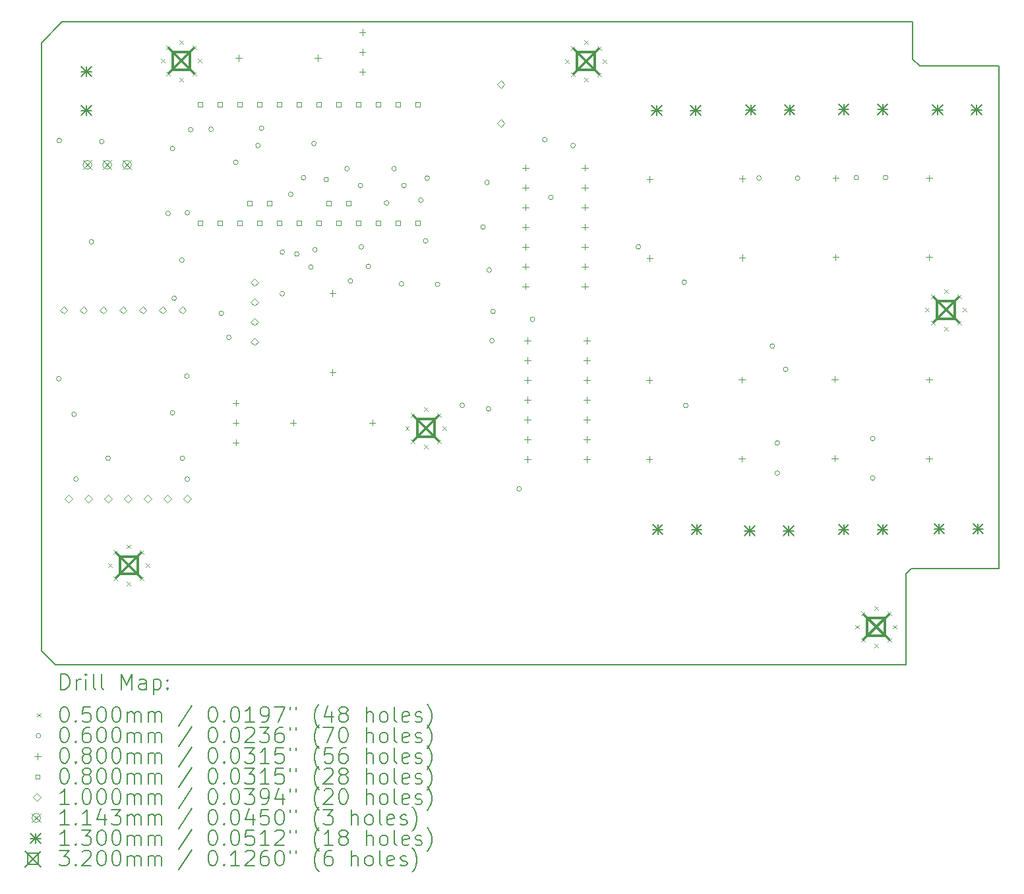
<source format=gbr>
%FSLAX45Y45*%
G04 Gerber Fmt 4.5, Leading zero omitted, Abs format (unit mm)*
G04 Created by KiCad (PCBNEW 6.0.2+dfsg-1) date 2023-03-10 19:29:58*
%MOMM*%
%LPD*%
G01*
G04 APERTURE LIST*
%TA.AperFunction,Profile*%
%ADD10C,0.150000*%
%TD*%
%ADD11C,0.200000*%
%ADD12C,0.050000*%
%ADD13C,0.060000*%
%ADD14C,0.080000*%
%ADD15C,0.080010*%
%ADD16C,0.100000*%
%ADD17C,0.114300*%
%ADD18C,0.130000*%
%ADD19C,0.320000*%
G04 APERTURE END LIST*
D10*
X23606760Y-7493000D02*
X23515320Y-7406640D01*
X24622760Y-7493000D02*
X23606760Y-7493000D01*
X23495000Y-13949698D02*
X23423880Y-14020818D01*
X24622760Y-13949698D02*
X23495000Y-13949698D01*
X12588238Y-6924040D02*
X23515395Y-6924040D01*
X12588240Y-6924040D02*
X12324080Y-7193280D01*
X12324080Y-15011400D02*
X12324080Y-7193280D01*
X12501880Y-15189200D02*
X12324080Y-15011400D01*
X23423891Y-15189200D02*
X12501880Y-15189200D01*
X23423880Y-14020623D02*
X23423880Y-15189200D01*
X24622760Y-7493000D02*
X24622760Y-13949698D01*
X23515320Y-6924040D02*
X23515320Y-7406640D01*
D11*
D12*
X13181760Y-13884040D02*
X13231760Y-13934040D01*
X13231760Y-13884040D02*
X13181760Y-13934040D01*
X13252054Y-13714334D02*
X13302054Y-13764334D01*
X13302054Y-13714334D02*
X13252054Y-13764334D01*
X13252054Y-14053746D02*
X13302054Y-14103746D01*
X13302054Y-14053746D02*
X13252054Y-14103746D01*
X13421760Y-13644040D02*
X13471760Y-13694040D01*
X13471760Y-13644040D02*
X13421760Y-13694040D01*
X13421760Y-14124040D02*
X13471760Y-14174040D01*
X13471760Y-14124040D02*
X13421760Y-14174040D01*
X13591466Y-13714334D02*
X13641466Y-13764334D01*
X13641466Y-13714334D02*
X13591466Y-13764334D01*
X13591466Y-14053746D02*
X13641466Y-14103746D01*
X13641466Y-14053746D02*
X13591466Y-14103746D01*
X13661760Y-13884040D02*
X13711760Y-13934040D01*
X13711760Y-13884040D02*
X13661760Y-13934040D01*
X13857400Y-7401960D02*
X13907400Y-7451960D01*
X13907400Y-7401960D02*
X13857400Y-7451960D01*
X13927694Y-7232254D02*
X13977694Y-7282254D01*
X13977694Y-7232254D02*
X13927694Y-7282254D01*
X13927694Y-7571666D02*
X13977694Y-7621666D01*
X13977694Y-7571666D02*
X13927694Y-7621666D01*
X14097400Y-7161960D02*
X14147400Y-7211960D01*
X14147400Y-7161960D02*
X14097400Y-7211960D01*
X14097400Y-7641960D02*
X14147400Y-7691960D01*
X14147400Y-7641960D02*
X14097400Y-7691960D01*
X14267106Y-7232254D02*
X14317106Y-7282254D01*
X14317106Y-7232254D02*
X14267106Y-7282254D01*
X14267106Y-7571666D02*
X14317106Y-7621666D01*
X14317106Y-7571666D02*
X14267106Y-7621666D01*
X14337400Y-7401960D02*
X14387400Y-7451960D01*
X14387400Y-7401960D02*
X14337400Y-7451960D01*
X16996840Y-12121280D02*
X17046840Y-12171280D01*
X17046840Y-12121280D02*
X16996840Y-12171280D01*
X17067134Y-11951574D02*
X17117134Y-12001574D01*
X17117134Y-11951574D02*
X17067134Y-12001574D01*
X17067134Y-12290986D02*
X17117134Y-12340986D01*
X17117134Y-12290986D02*
X17067134Y-12340986D01*
X17236840Y-11881280D02*
X17286840Y-11931280D01*
X17286840Y-11881280D02*
X17236840Y-11931280D01*
X17236840Y-12361280D02*
X17286840Y-12411280D01*
X17286840Y-12361280D02*
X17236840Y-12411280D01*
X17406546Y-11951574D02*
X17456546Y-12001574D01*
X17456546Y-11951574D02*
X17406546Y-12001574D01*
X17406546Y-12290986D02*
X17456546Y-12340986D01*
X17456546Y-12290986D02*
X17406546Y-12340986D01*
X17476840Y-12121280D02*
X17526840Y-12171280D01*
X17526840Y-12121280D02*
X17476840Y-12171280D01*
X19052174Y-7404974D02*
X19102174Y-7454974D01*
X19102174Y-7404974D02*
X19052174Y-7454974D01*
X19122469Y-7235269D02*
X19172469Y-7285269D01*
X19172469Y-7235269D02*
X19122469Y-7285269D01*
X19122469Y-7574680D02*
X19172469Y-7624680D01*
X19172469Y-7574680D02*
X19122469Y-7624680D01*
X19292174Y-7164974D02*
X19342174Y-7214974D01*
X19342174Y-7164974D02*
X19292174Y-7214974D01*
X19292174Y-7644974D02*
X19342174Y-7694974D01*
X19342174Y-7644974D02*
X19292174Y-7694974D01*
X19461880Y-7235269D02*
X19511880Y-7285269D01*
X19511880Y-7235269D02*
X19461880Y-7285269D01*
X19461880Y-7574680D02*
X19511880Y-7624680D01*
X19511880Y-7574680D02*
X19461880Y-7624680D01*
X19532174Y-7404974D02*
X19582174Y-7454974D01*
X19582174Y-7404974D02*
X19532174Y-7454974D01*
X22777880Y-14676520D02*
X22827880Y-14726520D01*
X22827880Y-14676520D02*
X22777880Y-14726520D01*
X22848174Y-14506814D02*
X22898174Y-14556814D01*
X22898174Y-14506814D02*
X22848174Y-14556814D01*
X22848174Y-14846226D02*
X22898174Y-14896226D01*
X22898174Y-14846226D02*
X22848174Y-14896226D01*
X23017880Y-14436520D02*
X23067880Y-14486520D01*
X23067880Y-14436520D02*
X23017880Y-14486520D01*
X23017880Y-14916520D02*
X23067880Y-14966520D01*
X23067880Y-14916520D02*
X23017880Y-14966520D01*
X23187586Y-14506814D02*
X23237586Y-14556814D01*
X23237586Y-14506814D02*
X23187586Y-14556814D01*
X23187586Y-14846226D02*
X23237586Y-14896226D01*
X23237586Y-14846226D02*
X23187586Y-14896226D01*
X23257880Y-14676520D02*
X23307880Y-14726520D01*
X23307880Y-14676520D02*
X23257880Y-14726520D01*
X23675800Y-10602360D02*
X23725800Y-10652360D01*
X23725800Y-10602360D02*
X23675800Y-10652360D01*
X23746094Y-10432654D02*
X23796094Y-10482654D01*
X23796094Y-10432654D02*
X23746094Y-10482654D01*
X23746094Y-10772066D02*
X23796094Y-10822066D01*
X23796094Y-10772066D02*
X23746094Y-10822066D01*
X23915800Y-10362360D02*
X23965800Y-10412360D01*
X23965800Y-10362360D02*
X23915800Y-10412360D01*
X23915800Y-10842360D02*
X23965800Y-10892360D01*
X23965800Y-10842360D02*
X23915800Y-10892360D01*
X24085506Y-10432654D02*
X24135506Y-10482654D01*
X24135506Y-10432654D02*
X24085506Y-10482654D01*
X24085506Y-10772066D02*
X24135506Y-10822066D01*
X24135506Y-10772066D02*
X24085506Y-10822066D01*
X24155800Y-10602360D02*
X24205800Y-10652360D01*
X24205800Y-10602360D02*
X24155800Y-10652360D01*
D13*
X12577600Y-11512550D02*
G75*
G03*
X12577600Y-11512550I-30000J0D01*
G01*
X12583950Y-8451850D02*
G75*
G03*
X12583950Y-8451850I-30000J0D01*
G01*
X12774450Y-11969750D02*
G75*
G03*
X12774450Y-11969750I-30000J0D01*
G01*
X12799850Y-12801600D02*
G75*
G03*
X12799850Y-12801600I-30000J0D01*
G01*
X12996700Y-9753600D02*
G75*
G03*
X12996700Y-9753600I-30000J0D01*
G01*
X13130050Y-8464550D02*
G75*
G03*
X13130050Y-8464550I-30000J0D01*
G01*
X13212600Y-12534900D02*
G75*
G03*
X13212600Y-12534900I-30000J0D01*
G01*
X13980950Y-9387300D02*
G75*
G03*
X13980950Y-9387300I-30000J0D01*
G01*
X14038100Y-8553450D02*
G75*
G03*
X14038100Y-8553450I-30000J0D01*
G01*
X14038100Y-11950700D02*
G75*
G03*
X14038100Y-11950700I-30000J0D01*
G01*
X14059691Y-10477867D02*
G75*
G03*
X14059691Y-10477867I-30000J0D01*
G01*
X14158750Y-9988550D02*
G75*
G03*
X14158750Y-9988550I-30000J0D01*
G01*
X14165100Y-12534900D02*
G75*
G03*
X14165100Y-12534900I-30000J0D01*
G01*
X14222250Y-11480800D02*
G75*
G03*
X14222250Y-11480800I-30000J0D01*
G01*
X14228600Y-9378950D02*
G75*
G03*
X14228600Y-9378950I-30000J0D01*
G01*
X14228600Y-12801600D02*
G75*
G03*
X14228600Y-12801600I-30000J0D01*
G01*
X14273050Y-8312150D02*
G75*
G03*
X14273050Y-8312150I-30000J0D01*
G01*
X14533400Y-8305800D02*
G75*
G03*
X14533400Y-8305800I-30000J0D01*
G01*
X14664704Y-10673307D02*
G75*
G03*
X14664704Y-10673307I-30000J0D01*
G01*
X14762000Y-10982960D02*
G75*
G03*
X14762000Y-10982960I-30000J0D01*
G01*
X14850900Y-8731250D02*
G75*
G03*
X14850900Y-8731250I-30000J0D01*
G01*
X15136650Y-8515350D02*
G75*
G03*
X15136650Y-8515350I-30000J0D01*
G01*
X15181100Y-8293100D02*
G75*
G03*
X15181100Y-8293100I-30000J0D01*
G01*
X15447800Y-10419080D02*
G75*
G03*
X15447800Y-10419080I-30000J0D01*
G01*
X15449033Y-9885717D02*
G75*
G03*
X15449033Y-9885717I-30000J0D01*
G01*
X15555750Y-9143300D02*
G75*
G03*
X15555750Y-9143300I-30000J0D01*
G01*
X15635637Y-9909687D02*
G75*
G03*
X15635637Y-9909687I-30000J0D01*
G01*
X15720850Y-8928800D02*
G75*
G03*
X15720850Y-8928800I-30000J0D01*
G01*
X15815588Y-10076749D02*
G75*
G03*
X15815588Y-10076749I-30000J0D01*
G01*
X15854200Y-8489950D02*
G75*
G03*
X15854200Y-8489950I-30000J0D01*
G01*
X15866900Y-9855200D02*
G75*
G03*
X15866900Y-9855200I-30000J0D01*
G01*
X16012846Y-8953396D02*
G75*
G03*
X16012846Y-8953396I-30000J0D01*
G01*
X16279650Y-8813800D02*
G75*
G03*
X16279650Y-8813800I-30000J0D01*
G01*
X16322868Y-10256482D02*
G75*
G03*
X16322868Y-10256482I-30000J0D01*
G01*
X16451100Y-9029700D02*
G75*
G03*
X16451100Y-9029700I-30000J0D01*
G01*
X16463800Y-9819100D02*
G75*
G03*
X16463800Y-9819100I-30000J0D01*
G01*
X16552700Y-10069100D02*
G75*
G03*
X16552700Y-10069100I-30000J0D01*
G01*
X16786574Y-9253026D02*
G75*
G03*
X16786574Y-9253026I-30000J0D01*
G01*
X16882900Y-8813800D02*
G75*
G03*
X16882900Y-8813800I-30000J0D01*
G01*
X16978150Y-10293350D02*
G75*
G03*
X16978150Y-10293350I-30000J0D01*
G01*
X17009900Y-9029700D02*
G75*
G03*
X17009900Y-9029700I-30000J0D01*
G01*
X17228218Y-9217782D02*
G75*
G03*
X17228218Y-9217782I-30000J0D01*
G01*
X17289300Y-9740900D02*
G75*
G03*
X17289300Y-9740900I-30000J0D01*
G01*
X17308350Y-8934450D02*
G75*
G03*
X17308350Y-8934450I-30000J0D01*
G01*
X17442298Y-10299102D02*
G75*
G03*
X17442298Y-10299102I-30000J0D01*
G01*
X17759200Y-11855450D02*
G75*
G03*
X17759200Y-11855450I-30000J0D01*
G01*
X18025900Y-9563100D02*
G75*
G03*
X18025900Y-9563100I-30000J0D01*
G01*
X18076700Y-8991600D02*
G75*
G03*
X18076700Y-8991600I-30000J0D01*
G01*
X18095750Y-11900601D02*
G75*
G03*
X18095750Y-11900601I-30000J0D01*
G01*
X18103550Y-10115550D02*
G75*
G03*
X18103550Y-10115550I-30000J0D01*
G01*
X18140200Y-11023600D02*
G75*
G03*
X18140200Y-11023600I-30000J0D01*
G01*
X18153412Y-10648438D02*
G75*
G03*
X18153412Y-10648438I-30000J0D01*
G01*
X18489450Y-12928600D02*
G75*
G03*
X18489450Y-12928600I-30000J0D01*
G01*
X18660900Y-10750550D02*
G75*
G03*
X18660900Y-10750550I-30000J0D01*
G01*
X18819650Y-8439150D02*
G75*
G03*
X18819650Y-8439150I-30000J0D01*
G01*
X18895850Y-9182100D02*
G75*
G03*
X18895850Y-9182100I-30000J0D01*
G01*
X19181600Y-8515350D02*
G75*
G03*
X19181600Y-8515350I-30000J0D01*
G01*
X20020850Y-9818150D02*
G75*
G03*
X20020850Y-9818150I-30000J0D01*
G01*
X20609080Y-10271760D02*
G75*
G03*
X20609080Y-10271760I-30000J0D01*
G01*
X20629400Y-11856720D02*
G75*
G03*
X20629400Y-11856720I-30000J0D01*
G01*
X21569200Y-8934450D02*
G75*
G03*
X21569200Y-8934450I-30000J0D01*
G01*
X21740650Y-11093450D02*
G75*
G03*
X21740650Y-11093450I-30000J0D01*
G01*
X21804150Y-12338050D02*
G75*
G03*
X21804150Y-12338050I-30000J0D01*
G01*
X21804150Y-12725400D02*
G75*
G03*
X21804150Y-12725400I-30000J0D01*
G01*
X21912100Y-11391900D02*
G75*
G03*
X21912100Y-11391900I-30000J0D01*
G01*
X22064500Y-8934450D02*
G75*
G03*
X22064500Y-8934450I-30000J0D01*
G01*
X22820150Y-8928100D02*
G75*
G03*
X22820150Y-8928100I-30000J0D01*
G01*
X23029700Y-12280900D02*
G75*
G03*
X23029700Y-12280900I-30000J0D01*
G01*
X23029700Y-12788900D02*
G75*
G03*
X23029700Y-12788900I-30000J0D01*
G01*
X23194800Y-8928100D02*
G75*
G03*
X23194800Y-8928100I-30000J0D01*
G01*
D14*
X14820900Y-11783700D02*
X14820900Y-11863700D01*
X14780900Y-11823700D02*
X14860900Y-11823700D01*
X14820900Y-12037700D02*
X14820900Y-12117700D01*
X14780900Y-12077700D02*
X14860900Y-12077700D01*
X14820900Y-12291700D02*
X14820900Y-12371700D01*
X14780900Y-12331700D02*
X14860900Y-12331700D01*
X14859000Y-7351400D02*
X14859000Y-7431400D01*
X14819000Y-7391400D02*
X14899000Y-7391400D01*
X15557500Y-12037700D02*
X15557500Y-12117700D01*
X15517500Y-12077700D02*
X15597500Y-12077700D01*
X15875000Y-7351400D02*
X15875000Y-7431400D01*
X15835000Y-7391400D02*
X15915000Y-7391400D01*
X16062960Y-10374000D02*
X16062960Y-10454000D01*
X16022960Y-10414000D02*
X16102960Y-10414000D01*
X16062960Y-11390000D02*
X16062960Y-11470000D01*
X16022960Y-11430000D02*
X16102960Y-11430000D01*
X16446500Y-7021200D02*
X16446500Y-7101200D01*
X16406500Y-7061200D02*
X16486500Y-7061200D01*
X16446500Y-7275200D02*
X16446500Y-7355200D01*
X16406500Y-7315200D02*
X16486500Y-7315200D01*
X16446500Y-7529200D02*
X16446500Y-7609200D01*
X16406500Y-7569200D02*
X16486500Y-7569200D01*
X16573500Y-12037700D02*
X16573500Y-12117700D01*
X16533500Y-12077700D02*
X16613500Y-12077700D01*
X18542000Y-8761100D02*
X18542000Y-8841100D01*
X18502000Y-8801100D02*
X18582000Y-8801100D01*
X18542000Y-9015100D02*
X18542000Y-9095100D01*
X18502000Y-9055100D02*
X18582000Y-9055100D01*
X18542000Y-9269100D02*
X18542000Y-9349100D01*
X18502000Y-9309100D02*
X18582000Y-9309100D01*
X18542000Y-9523100D02*
X18542000Y-9603100D01*
X18502000Y-9563100D02*
X18582000Y-9563100D01*
X18542000Y-9777100D02*
X18542000Y-9857100D01*
X18502000Y-9817100D02*
X18582000Y-9817100D01*
X18542000Y-10031100D02*
X18542000Y-10111100D01*
X18502000Y-10071100D02*
X18582000Y-10071100D01*
X18542000Y-10285100D02*
X18542000Y-10365100D01*
X18502000Y-10325100D02*
X18582000Y-10325100D01*
X18567400Y-10983600D02*
X18567400Y-11063600D01*
X18527400Y-11023600D02*
X18607400Y-11023600D01*
X18567400Y-11237600D02*
X18567400Y-11317600D01*
X18527400Y-11277600D02*
X18607400Y-11277600D01*
X18567400Y-11491600D02*
X18567400Y-11571600D01*
X18527400Y-11531600D02*
X18607400Y-11531600D01*
X18567400Y-11745600D02*
X18567400Y-11825600D01*
X18527400Y-11785600D02*
X18607400Y-11785600D01*
X18567400Y-11999600D02*
X18567400Y-12079600D01*
X18527400Y-12039600D02*
X18607400Y-12039600D01*
X18567400Y-12253600D02*
X18567400Y-12333600D01*
X18527400Y-12293600D02*
X18607400Y-12293600D01*
X18567400Y-12507600D02*
X18567400Y-12587600D01*
X18527400Y-12547600D02*
X18607400Y-12547600D01*
X19304000Y-8761100D02*
X19304000Y-8841100D01*
X19264000Y-8801100D02*
X19344000Y-8801100D01*
X19304000Y-9015100D02*
X19304000Y-9095100D01*
X19264000Y-9055100D02*
X19344000Y-9055100D01*
X19304000Y-9269100D02*
X19304000Y-9349100D01*
X19264000Y-9309100D02*
X19344000Y-9309100D01*
X19304000Y-9523100D02*
X19304000Y-9603100D01*
X19264000Y-9563100D02*
X19344000Y-9563100D01*
X19304000Y-9777100D02*
X19304000Y-9857100D01*
X19264000Y-9817100D02*
X19344000Y-9817100D01*
X19304000Y-10031100D02*
X19304000Y-10111100D01*
X19264000Y-10071100D02*
X19344000Y-10071100D01*
X19304000Y-10285100D02*
X19304000Y-10365100D01*
X19264000Y-10325100D02*
X19344000Y-10325100D01*
X19329400Y-10983600D02*
X19329400Y-11063600D01*
X19289400Y-11023600D02*
X19369400Y-11023600D01*
X19329400Y-11237600D02*
X19329400Y-11317600D01*
X19289400Y-11277600D02*
X19369400Y-11277600D01*
X19329400Y-11491600D02*
X19329400Y-11571600D01*
X19289400Y-11531600D02*
X19369400Y-11531600D01*
X19329400Y-11745600D02*
X19329400Y-11825600D01*
X19289400Y-11785600D02*
X19369400Y-11785600D01*
X19329400Y-11999600D02*
X19329400Y-12079600D01*
X19289400Y-12039600D02*
X19369400Y-12039600D01*
X19329400Y-12253600D02*
X19329400Y-12333600D01*
X19289400Y-12293600D02*
X19369400Y-12293600D01*
X19329400Y-12507600D02*
X19329400Y-12587600D01*
X19289400Y-12547600D02*
X19369400Y-12547600D01*
X20129500Y-11491600D02*
X20129500Y-11571600D01*
X20089500Y-11531600D02*
X20169500Y-11531600D01*
X20129500Y-12507600D02*
X20129500Y-12587600D01*
X20089500Y-12547600D02*
X20169500Y-12547600D01*
X20135850Y-8907150D02*
X20135850Y-8987150D01*
X20095850Y-8947150D02*
X20175850Y-8947150D01*
X20135850Y-9923150D02*
X20135850Y-10003150D01*
X20095850Y-9963150D02*
X20175850Y-9963150D01*
X21316950Y-11485250D02*
X21316950Y-11565250D01*
X21276950Y-11525250D02*
X21356950Y-11525250D01*
X21316950Y-12501250D02*
X21316950Y-12581250D01*
X21276950Y-12541250D02*
X21356950Y-12541250D01*
X21323300Y-8900800D02*
X21323300Y-8980800D01*
X21283300Y-8940800D02*
X21363300Y-8940800D01*
X21323300Y-9916800D02*
X21323300Y-9996800D01*
X21283300Y-9956800D02*
X21363300Y-9956800D01*
X22510750Y-11478900D02*
X22510750Y-11558900D01*
X22470750Y-11518900D02*
X22550750Y-11518900D01*
X22510750Y-12494900D02*
X22510750Y-12574900D01*
X22470750Y-12534900D02*
X22550750Y-12534900D01*
X22523450Y-8894450D02*
X22523450Y-8974450D01*
X22483450Y-8934450D02*
X22563450Y-8934450D01*
X22523450Y-9910450D02*
X22523450Y-9990450D01*
X22483450Y-9950450D02*
X22563450Y-9950450D01*
X23723600Y-8894450D02*
X23723600Y-8974450D01*
X23683600Y-8934450D02*
X23763600Y-8934450D01*
X23723600Y-9910450D02*
X23723600Y-9990450D01*
X23683600Y-9950450D02*
X23763600Y-9950450D01*
X23723600Y-11485250D02*
X23723600Y-11565250D01*
X23683600Y-11525250D02*
X23763600Y-11525250D01*
X23723600Y-12501250D02*
X23723600Y-12581250D01*
X23683600Y-12541250D02*
X23763600Y-12541250D01*
D15*
X14391988Y-8016588D02*
X14391988Y-7960012D01*
X14335412Y-7960012D01*
X14335412Y-8016588D01*
X14391988Y-8016588D01*
X14391988Y-9540588D02*
X14391988Y-9484012D01*
X14335412Y-9484012D01*
X14335412Y-9540588D01*
X14391988Y-9540588D01*
X14645988Y-8016588D02*
X14645988Y-7960012D01*
X14589412Y-7960012D01*
X14589412Y-8016588D01*
X14645988Y-8016588D01*
X14645988Y-9540588D02*
X14645988Y-9484012D01*
X14589412Y-9484012D01*
X14589412Y-9540588D01*
X14645988Y-9540588D01*
X14899988Y-8016588D02*
X14899988Y-7960012D01*
X14843412Y-7960012D01*
X14843412Y-8016588D01*
X14899988Y-8016588D01*
X14899988Y-9540588D02*
X14899988Y-9484012D01*
X14843412Y-9484012D01*
X14843412Y-9540588D01*
X14899988Y-9540588D01*
X15026988Y-9286588D02*
X15026988Y-9230012D01*
X14970412Y-9230012D01*
X14970412Y-9286588D01*
X15026988Y-9286588D01*
X15153988Y-8016588D02*
X15153988Y-7960012D01*
X15097412Y-7960012D01*
X15097412Y-8016588D01*
X15153988Y-8016588D01*
X15153988Y-9540588D02*
X15153988Y-9484012D01*
X15097412Y-9484012D01*
X15097412Y-9540588D01*
X15153988Y-9540588D01*
X15280988Y-9286588D02*
X15280988Y-9230012D01*
X15224412Y-9230012D01*
X15224412Y-9286588D01*
X15280988Y-9286588D01*
X15407988Y-8016588D02*
X15407988Y-7960012D01*
X15351412Y-7960012D01*
X15351412Y-8016588D01*
X15407988Y-8016588D01*
X15407988Y-9540588D02*
X15407988Y-9484012D01*
X15351412Y-9484012D01*
X15351412Y-9540588D01*
X15407988Y-9540588D01*
X15661988Y-8016588D02*
X15661988Y-7960012D01*
X15605412Y-7960012D01*
X15605412Y-8016588D01*
X15661988Y-8016588D01*
X15661988Y-9540588D02*
X15661988Y-9484012D01*
X15605412Y-9484012D01*
X15605412Y-9540588D01*
X15661988Y-9540588D01*
X15915988Y-8016588D02*
X15915988Y-7960012D01*
X15859412Y-7960012D01*
X15859412Y-8016588D01*
X15915988Y-8016588D01*
X15915988Y-9540588D02*
X15915988Y-9484012D01*
X15859412Y-9484012D01*
X15859412Y-9540588D01*
X15915988Y-9540588D01*
X16042988Y-9286588D02*
X16042988Y-9230012D01*
X15986412Y-9230012D01*
X15986412Y-9286588D01*
X16042988Y-9286588D01*
X16169988Y-8016588D02*
X16169988Y-7960012D01*
X16113412Y-7960012D01*
X16113412Y-8016588D01*
X16169988Y-8016588D01*
X16169988Y-9540588D02*
X16169988Y-9484012D01*
X16113412Y-9484012D01*
X16113412Y-9540588D01*
X16169988Y-9540588D01*
X16296988Y-9286588D02*
X16296988Y-9230012D01*
X16240412Y-9230012D01*
X16240412Y-9286588D01*
X16296988Y-9286588D01*
X16423988Y-8016588D02*
X16423988Y-7960012D01*
X16367412Y-7960012D01*
X16367412Y-8016588D01*
X16423988Y-8016588D01*
X16423988Y-9540588D02*
X16423988Y-9484012D01*
X16367412Y-9484012D01*
X16367412Y-9540588D01*
X16423988Y-9540588D01*
X16677988Y-8016588D02*
X16677988Y-7960012D01*
X16621412Y-7960012D01*
X16621412Y-8016588D01*
X16677988Y-8016588D01*
X16677988Y-9540588D02*
X16677988Y-9484012D01*
X16621412Y-9484012D01*
X16621412Y-9540588D01*
X16677988Y-9540588D01*
X16931988Y-8016588D02*
X16931988Y-7960012D01*
X16875412Y-7960012D01*
X16875412Y-8016588D01*
X16931988Y-8016588D01*
X16931988Y-9540588D02*
X16931988Y-9484012D01*
X16875412Y-9484012D01*
X16875412Y-9540588D01*
X16931988Y-9540588D01*
X17185988Y-8016588D02*
X17185988Y-7960012D01*
X17129412Y-7960012D01*
X17129412Y-8016588D01*
X17185988Y-8016588D01*
X17185988Y-9540588D02*
X17185988Y-9484012D01*
X17129412Y-9484012D01*
X17129412Y-9540588D01*
X17185988Y-9540588D01*
D16*
X12611100Y-10679900D02*
X12661100Y-10629900D01*
X12611100Y-10579900D01*
X12561100Y-10629900D01*
X12611100Y-10679900D01*
X12674600Y-13105600D02*
X12724600Y-13055600D01*
X12674600Y-13005600D01*
X12624600Y-13055600D01*
X12674600Y-13105600D01*
X12865100Y-10679900D02*
X12915100Y-10629900D01*
X12865100Y-10579900D01*
X12815100Y-10629900D01*
X12865100Y-10679900D01*
X12928600Y-13105600D02*
X12978600Y-13055600D01*
X12928600Y-13005600D01*
X12878600Y-13055600D01*
X12928600Y-13105600D01*
X13119100Y-10679900D02*
X13169100Y-10629900D01*
X13119100Y-10579900D01*
X13069100Y-10629900D01*
X13119100Y-10679900D01*
X13182600Y-13105600D02*
X13232600Y-13055600D01*
X13182600Y-13005600D01*
X13132600Y-13055600D01*
X13182600Y-13105600D01*
X13373100Y-10679900D02*
X13423100Y-10629900D01*
X13373100Y-10579900D01*
X13323100Y-10629900D01*
X13373100Y-10679900D01*
X13436600Y-13105600D02*
X13486600Y-13055600D01*
X13436600Y-13005600D01*
X13386600Y-13055600D01*
X13436600Y-13105600D01*
X13627100Y-10679900D02*
X13677100Y-10629900D01*
X13627100Y-10579900D01*
X13577100Y-10629900D01*
X13627100Y-10679900D01*
X13690600Y-13105600D02*
X13740600Y-13055600D01*
X13690600Y-13005600D01*
X13640600Y-13055600D01*
X13690600Y-13105600D01*
X13881100Y-10679900D02*
X13931100Y-10629900D01*
X13881100Y-10579900D01*
X13831100Y-10629900D01*
X13881100Y-10679900D01*
X13944600Y-13105600D02*
X13994600Y-13055600D01*
X13944600Y-13005600D01*
X13894600Y-13055600D01*
X13944600Y-13105600D01*
X14135100Y-10679900D02*
X14185100Y-10629900D01*
X14135100Y-10579900D01*
X14085100Y-10629900D01*
X14135100Y-10679900D01*
X14198600Y-13105600D02*
X14248600Y-13055600D01*
X14198600Y-13005600D01*
X14148600Y-13055600D01*
X14198600Y-13105600D01*
X15062200Y-10324300D02*
X15112200Y-10274300D01*
X15062200Y-10224300D01*
X15012200Y-10274300D01*
X15062200Y-10324300D01*
X15062200Y-10578300D02*
X15112200Y-10528300D01*
X15062200Y-10478300D01*
X15012200Y-10528300D01*
X15062200Y-10578300D01*
X15062200Y-10832300D02*
X15112200Y-10782300D01*
X15062200Y-10732300D01*
X15012200Y-10782300D01*
X15062200Y-10832300D01*
X15062200Y-11086300D02*
X15112200Y-11036300D01*
X15062200Y-10986300D01*
X15012200Y-11036300D01*
X15062200Y-11086300D01*
X18224500Y-7777950D02*
X18274500Y-7727950D01*
X18224500Y-7677950D01*
X18174500Y-7727950D01*
X18224500Y-7777950D01*
X18224500Y-8277950D02*
X18274500Y-8227950D01*
X18224500Y-8177950D01*
X18174500Y-8227950D01*
X18224500Y-8277950D01*
D17*
X12858750Y-8705850D02*
X12973050Y-8820150D01*
X12973050Y-8705850D02*
X12858750Y-8820150D01*
X12973050Y-8763000D02*
G75*
G03*
X12973050Y-8763000I-57150J0D01*
G01*
X13112750Y-8705850D02*
X13227050Y-8820150D01*
X13227050Y-8705850D02*
X13112750Y-8820150D01*
X13227050Y-8763000D02*
G75*
G03*
X13227050Y-8763000I-57150J0D01*
G01*
X13366750Y-8705850D02*
X13481050Y-8820150D01*
X13481050Y-8705850D02*
X13366750Y-8820150D01*
X13481050Y-8763000D02*
G75*
G03*
X13481050Y-8763000I-57150J0D01*
G01*
D18*
X12838200Y-7499500D02*
X12968200Y-7629500D01*
X12968200Y-7499500D02*
X12838200Y-7629500D01*
X12903200Y-7499500D02*
X12903200Y-7629500D01*
X12838200Y-7564500D02*
X12968200Y-7564500D01*
X12838200Y-7999500D02*
X12968200Y-8129500D01*
X12968200Y-7999500D02*
X12838200Y-8129500D01*
X12903200Y-7999500D02*
X12903200Y-8129500D01*
X12838200Y-8064500D02*
X12968200Y-8064500D01*
X20161400Y-7999500D02*
X20291400Y-8129500D01*
X20291400Y-7999500D02*
X20161400Y-8129500D01*
X20226400Y-7999500D02*
X20226400Y-8129500D01*
X20161400Y-8064500D02*
X20291400Y-8064500D01*
X20174100Y-13384300D02*
X20304100Y-13514300D01*
X20304100Y-13384300D02*
X20174100Y-13514300D01*
X20239100Y-13384300D02*
X20239100Y-13514300D01*
X20174100Y-13449300D02*
X20304100Y-13449300D01*
X20661400Y-7999500D02*
X20791400Y-8129500D01*
X20791400Y-7999500D02*
X20661400Y-8129500D01*
X20726400Y-7999500D02*
X20726400Y-8129500D01*
X20661400Y-8064500D02*
X20791400Y-8064500D01*
X20674100Y-13384300D02*
X20804100Y-13514300D01*
X20804100Y-13384300D02*
X20674100Y-13514300D01*
X20739100Y-13384300D02*
X20739100Y-13514300D01*
X20674100Y-13449300D02*
X20804100Y-13449300D01*
X21355200Y-13403350D02*
X21485200Y-13533350D01*
X21485200Y-13403350D02*
X21355200Y-13533350D01*
X21420200Y-13403350D02*
X21420200Y-13533350D01*
X21355200Y-13468350D02*
X21485200Y-13468350D01*
X21367900Y-7993150D02*
X21497900Y-8123150D01*
X21497900Y-7993150D02*
X21367900Y-8123150D01*
X21432900Y-7993150D02*
X21432900Y-8123150D01*
X21367900Y-8058150D02*
X21497900Y-8058150D01*
X21855200Y-13403350D02*
X21985200Y-13533350D01*
X21985200Y-13403350D02*
X21855200Y-13533350D01*
X21920200Y-13403350D02*
X21920200Y-13533350D01*
X21855200Y-13468350D02*
X21985200Y-13468350D01*
X21867900Y-7993150D02*
X21997900Y-8123150D01*
X21997900Y-7993150D02*
X21867900Y-8123150D01*
X21932900Y-7993150D02*
X21932900Y-8123150D01*
X21867900Y-8058150D02*
X21997900Y-8058150D01*
X22561700Y-7986800D02*
X22691700Y-8116800D01*
X22691700Y-7986800D02*
X22561700Y-8116800D01*
X22626700Y-7986800D02*
X22626700Y-8116800D01*
X22561700Y-8051800D02*
X22691700Y-8051800D01*
X22561700Y-13384300D02*
X22691700Y-13514300D01*
X22691700Y-13384300D02*
X22561700Y-13514300D01*
X22626700Y-13384300D02*
X22626700Y-13514300D01*
X22561700Y-13449300D02*
X22691700Y-13449300D01*
X23061700Y-7986800D02*
X23191700Y-8116800D01*
X23191700Y-7986800D02*
X23061700Y-8116800D01*
X23126700Y-7986800D02*
X23126700Y-8116800D01*
X23061700Y-8051800D02*
X23191700Y-8051800D01*
X23061700Y-13384300D02*
X23191700Y-13514300D01*
X23191700Y-13384300D02*
X23061700Y-13514300D01*
X23126700Y-13384300D02*
X23126700Y-13514300D01*
X23061700Y-13449300D02*
X23191700Y-13449300D01*
X23766550Y-7993150D02*
X23896550Y-8123150D01*
X23896550Y-7993150D02*
X23766550Y-8123150D01*
X23831550Y-7993150D02*
X23831550Y-8123150D01*
X23766550Y-8058150D02*
X23896550Y-8058150D01*
X23787250Y-13377950D02*
X23917250Y-13507950D01*
X23917250Y-13377950D02*
X23787250Y-13507950D01*
X23852250Y-13377950D02*
X23852250Y-13507950D01*
X23787250Y-13442950D02*
X23917250Y-13442950D01*
X24266550Y-7993150D02*
X24396550Y-8123150D01*
X24396550Y-7993150D02*
X24266550Y-8123150D01*
X24331550Y-7993150D02*
X24331550Y-8123150D01*
X24266550Y-8058150D02*
X24396550Y-8058150D01*
X24287250Y-13377950D02*
X24417250Y-13507950D01*
X24417250Y-13377950D02*
X24287250Y-13507950D01*
X24352250Y-13377950D02*
X24352250Y-13507950D01*
X24287250Y-13442950D02*
X24417250Y-13442950D01*
D19*
X13286760Y-13749040D02*
X13606760Y-14069040D01*
X13606760Y-13749040D02*
X13286760Y-14069040D01*
X13559898Y-14022178D02*
X13559898Y-13795902D01*
X13333622Y-13795902D01*
X13333622Y-14022178D01*
X13559898Y-14022178D01*
X13962400Y-7266960D02*
X14282400Y-7586960D01*
X14282400Y-7266960D02*
X13962400Y-7586960D01*
X14235538Y-7540098D02*
X14235538Y-7313822D01*
X14009262Y-7313822D01*
X14009262Y-7540098D01*
X14235538Y-7540098D01*
X17101840Y-11986280D02*
X17421840Y-12306280D01*
X17421840Y-11986280D02*
X17101840Y-12306280D01*
X17374978Y-12259418D02*
X17374978Y-12033142D01*
X17148702Y-12033142D01*
X17148702Y-12259418D01*
X17374978Y-12259418D01*
X19157174Y-7269974D02*
X19477174Y-7589974D01*
X19477174Y-7269974D02*
X19157174Y-7589974D01*
X19430313Y-7543113D02*
X19430313Y-7316836D01*
X19204036Y-7316836D01*
X19204036Y-7543113D01*
X19430313Y-7543113D01*
X22882880Y-14541520D02*
X23202880Y-14861520D01*
X23202880Y-14541520D02*
X22882880Y-14861520D01*
X23156018Y-14814658D02*
X23156018Y-14588382D01*
X22929742Y-14588382D01*
X22929742Y-14814658D01*
X23156018Y-14814658D01*
X23780800Y-10467360D02*
X24100800Y-10787360D01*
X24100800Y-10467360D02*
X23780800Y-10787360D01*
X24053938Y-10740498D02*
X24053938Y-10514222D01*
X23827662Y-10514222D01*
X23827662Y-10740498D01*
X24053938Y-10740498D01*
D11*
X12574199Y-15507176D02*
X12574199Y-15307176D01*
X12621818Y-15307176D01*
X12650389Y-15316700D01*
X12669437Y-15335748D01*
X12678961Y-15354795D01*
X12688485Y-15392890D01*
X12688485Y-15421462D01*
X12678961Y-15459557D01*
X12669437Y-15478605D01*
X12650389Y-15497652D01*
X12621818Y-15507176D01*
X12574199Y-15507176D01*
X12774199Y-15507176D02*
X12774199Y-15373843D01*
X12774199Y-15411938D02*
X12783723Y-15392890D01*
X12793247Y-15383367D01*
X12812294Y-15373843D01*
X12831342Y-15373843D01*
X12898008Y-15507176D02*
X12898008Y-15373843D01*
X12898008Y-15307176D02*
X12888485Y-15316700D01*
X12898008Y-15326224D01*
X12907532Y-15316700D01*
X12898008Y-15307176D01*
X12898008Y-15326224D01*
X13021818Y-15507176D02*
X13002770Y-15497652D01*
X12993247Y-15478605D01*
X12993247Y-15307176D01*
X13126580Y-15507176D02*
X13107532Y-15497652D01*
X13098008Y-15478605D01*
X13098008Y-15307176D01*
X13355151Y-15507176D02*
X13355151Y-15307176D01*
X13421818Y-15450033D01*
X13488485Y-15307176D01*
X13488485Y-15507176D01*
X13669437Y-15507176D02*
X13669437Y-15402414D01*
X13659913Y-15383367D01*
X13640866Y-15373843D01*
X13602770Y-15373843D01*
X13583723Y-15383367D01*
X13669437Y-15497652D02*
X13650389Y-15507176D01*
X13602770Y-15507176D01*
X13583723Y-15497652D01*
X13574199Y-15478605D01*
X13574199Y-15459557D01*
X13583723Y-15440509D01*
X13602770Y-15430986D01*
X13650389Y-15430986D01*
X13669437Y-15421462D01*
X13764675Y-15373843D02*
X13764675Y-15573843D01*
X13764675Y-15383367D02*
X13783723Y-15373843D01*
X13821818Y-15373843D01*
X13840866Y-15383367D01*
X13850389Y-15392890D01*
X13859913Y-15411938D01*
X13859913Y-15469081D01*
X13850389Y-15488128D01*
X13840866Y-15497652D01*
X13821818Y-15507176D01*
X13783723Y-15507176D01*
X13764675Y-15497652D01*
X13945628Y-15488128D02*
X13955151Y-15497652D01*
X13945628Y-15507176D01*
X13936104Y-15497652D01*
X13945628Y-15488128D01*
X13945628Y-15507176D01*
X13945628Y-15383367D02*
X13955151Y-15392890D01*
X13945628Y-15402414D01*
X13936104Y-15392890D01*
X13945628Y-15383367D01*
X13945628Y-15402414D01*
D12*
X12266580Y-15811700D02*
X12316580Y-15861700D01*
X12316580Y-15811700D02*
X12266580Y-15861700D01*
D11*
X12612294Y-15727176D02*
X12631342Y-15727176D01*
X12650389Y-15736700D01*
X12659913Y-15746224D01*
X12669437Y-15765271D01*
X12678961Y-15803367D01*
X12678961Y-15850986D01*
X12669437Y-15889081D01*
X12659913Y-15908128D01*
X12650389Y-15917652D01*
X12631342Y-15927176D01*
X12612294Y-15927176D01*
X12593247Y-15917652D01*
X12583723Y-15908128D01*
X12574199Y-15889081D01*
X12564675Y-15850986D01*
X12564675Y-15803367D01*
X12574199Y-15765271D01*
X12583723Y-15746224D01*
X12593247Y-15736700D01*
X12612294Y-15727176D01*
X12764675Y-15908128D02*
X12774199Y-15917652D01*
X12764675Y-15927176D01*
X12755151Y-15917652D01*
X12764675Y-15908128D01*
X12764675Y-15927176D01*
X12955151Y-15727176D02*
X12859913Y-15727176D01*
X12850389Y-15822414D01*
X12859913Y-15812890D01*
X12878961Y-15803367D01*
X12926580Y-15803367D01*
X12945628Y-15812890D01*
X12955151Y-15822414D01*
X12964675Y-15841462D01*
X12964675Y-15889081D01*
X12955151Y-15908128D01*
X12945628Y-15917652D01*
X12926580Y-15927176D01*
X12878961Y-15927176D01*
X12859913Y-15917652D01*
X12850389Y-15908128D01*
X13088485Y-15727176D02*
X13107532Y-15727176D01*
X13126580Y-15736700D01*
X13136104Y-15746224D01*
X13145628Y-15765271D01*
X13155151Y-15803367D01*
X13155151Y-15850986D01*
X13145628Y-15889081D01*
X13136104Y-15908128D01*
X13126580Y-15917652D01*
X13107532Y-15927176D01*
X13088485Y-15927176D01*
X13069437Y-15917652D01*
X13059913Y-15908128D01*
X13050389Y-15889081D01*
X13040866Y-15850986D01*
X13040866Y-15803367D01*
X13050389Y-15765271D01*
X13059913Y-15746224D01*
X13069437Y-15736700D01*
X13088485Y-15727176D01*
X13278961Y-15727176D02*
X13298008Y-15727176D01*
X13317056Y-15736700D01*
X13326580Y-15746224D01*
X13336104Y-15765271D01*
X13345628Y-15803367D01*
X13345628Y-15850986D01*
X13336104Y-15889081D01*
X13326580Y-15908128D01*
X13317056Y-15917652D01*
X13298008Y-15927176D01*
X13278961Y-15927176D01*
X13259913Y-15917652D01*
X13250389Y-15908128D01*
X13240866Y-15889081D01*
X13231342Y-15850986D01*
X13231342Y-15803367D01*
X13240866Y-15765271D01*
X13250389Y-15746224D01*
X13259913Y-15736700D01*
X13278961Y-15727176D01*
X13431342Y-15927176D02*
X13431342Y-15793843D01*
X13431342Y-15812890D02*
X13440866Y-15803367D01*
X13459913Y-15793843D01*
X13488485Y-15793843D01*
X13507532Y-15803367D01*
X13517056Y-15822414D01*
X13517056Y-15927176D01*
X13517056Y-15822414D02*
X13526580Y-15803367D01*
X13545628Y-15793843D01*
X13574199Y-15793843D01*
X13593247Y-15803367D01*
X13602770Y-15822414D01*
X13602770Y-15927176D01*
X13698008Y-15927176D02*
X13698008Y-15793843D01*
X13698008Y-15812890D02*
X13707532Y-15803367D01*
X13726580Y-15793843D01*
X13755151Y-15793843D01*
X13774199Y-15803367D01*
X13783723Y-15822414D01*
X13783723Y-15927176D01*
X13783723Y-15822414D02*
X13793247Y-15803367D01*
X13812294Y-15793843D01*
X13840866Y-15793843D01*
X13859913Y-15803367D01*
X13869437Y-15822414D01*
X13869437Y-15927176D01*
X14259913Y-15717652D02*
X14088485Y-15974795D01*
X14517056Y-15727176D02*
X14536104Y-15727176D01*
X14555151Y-15736700D01*
X14564675Y-15746224D01*
X14574199Y-15765271D01*
X14583723Y-15803367D01*
X14583723Y-15850986D01*
X14574199Y-15889081D01*
X14564675Y-15908128D01*
X14555151Y-15917652D01*
X14536104Y-15927176D01*
X14517056Y-15927176D01*
X14498008Y-15917652D01*
X14488485Y-15908128D01*
X14478961Y-15889081D01*
X14469437Y-15850986D01*
X14469437Y-15803367D01*
X14478961Y-15765271D01*
X14488485Y-15746224D01*
X14498008Y-15736700D01*
X14517056Y-15727176D01*
X14669437Y-15908128D02*
X14678961Y-15917652D01*
X14669437Y-15927176D01*
X14659913Y-15917652D01*
X14669437Y-15908128D01*
X14669437Y-15927176D01*
X14802770Y-15727176D02*
X14821818Y-15727176D01*
X14840866Y-15736700D01*
X14850389Y-15746224D01*
X14859913Y-15765271D01*
X14869437Y-15803367D01*
X14869437Y-15850986D01*
X14859913Y-15889081D01*
X14850389Y-15908128D01*
X14840866Y-15917652D01*
X14821818Y-15927176D01*
X14802770Y-15927176D01*
X14783723Y-15917652D01*
X14774199Y-15908128D01*
X14764675Y-15889081D01*
X14755151Y-15850986D01*
X14755151Y-15803367D01*
X14764675Y-15765271D01*
X14774199Y-15746224D01*
X14783723Y-15736700D01*
X14802770Y-15727176D01*
X15059913Y-15927176D02*
X14945628Y-15927176D01*
X15002770Y-15927176D02*
X15002770Y-15727176D01*
X14983723Y-15755748D01*
X14964675Y-15774795D01*
X14945628Y-15784319D01*
X15155151Y-15927176D02*
X15193247Y-15927176D01*
X15212294Y-15917652D01*
X15221818Y-15908128D01*
X15240866Y-15879557D01*
X15250389Y-15841462D01*
X15250389Y-15765271D01*
X15240866Y-15746224D01*
X15231342Y-15736700D01*
X15212294Y-15727176D01*
X15174199Y-15727176D01*
X15155151Y-15736700D01*
X15145628Y-15746224D01*
X15136104Y-15765271D01*
X15136104Y-15812890D01*
X15145628Y-15831938D01*
X15155151Y-15841462D01*
X15174199Y-15850986D01*
X15212294Y-15850986D01*
X15231342Y-15841462D01*
X15240866Y-15831938D01*
X15250389Y-15812890D01*
X15317056Y-15727176D02*
X15450389Y-15727176D01*
X15364675Y-15927176D01*
X15517056Y-15727176D02*
X15517056Y-15765271D01*
X15593247Y-15727176D02*
X15593247Y-15765271D01*
X15888485Y-16003367D02*
X15878961Y-15993843D01*
X15859913Y-15965271D01*
X15850389Y-15946224D01*
X15840866Y-15917652D01*
X15831342Y-15870033D01*
X15831342Y-15831938D01*
X15840866Y-15784319D01*
X15850389Y-15755748D01*
X15859913Y-15736700D01*
X15878961Y-15708128D01*
X15888485Y-15698605D01*
X16050389Y-15793843D02*
X16050389Y-15927176D01*
X16002770Y-15717652D02*
X15955151Y-15860509D01*
X16078961Y-15860509D01*
X16183723Y-15812890D02*
X16164675Y-15803367D01*
X16155151Y-15793843D01*
X16145628Y-15774795D01*
X16145628Y-15765271D01*
X16155151Y-15746224D01*
X16164675Y-15736700D01*
X16183723Y-15727176D01*
X16221818Y-15727176D01*
X16240866Y-15736700D01*
X16250389Y-15746224D01*
X16259913Y-15765271D01*
X16259913Y-15774795D01*
X16250389Y-15793843D01*
X16240866Y-15803367D01*
X16221818Y-15812890D01*
X16183723Y-15812890D01*
X16164675Y-15822414D01*
X16155151Y-15831938D01*
X16145628Y-15850986D01*
X16145628Y-15889081D01*
X16155151Y-15908128D01*
X16164675Y-15917652D01*
X16183723Y-15927176D01*
X16221818Y-15927176D01*
X16240866Y-15917652D01*
X16250389Y-15908128D01*
X16259913Y-15889081D01*
X16259913Y-15850986D01*
X16250389Y-15831938D01*
X16240866Y-15822414D01*
X16221818Y-15812890D01*
X16498008Y-15927176D02*
X16498008Y-15727176D01*
X16583723Y-15927176D02*
X16583723Y-15822414D01*
X16574199Y-15803367D01*
X16555151Y-15793843D01*
X16526580Y-15793843D01*
X16507532Y-15803367D01*
X16498008Y-15812890D01*
X16707532Y-15927176D02*
X16688485Y-15917652D01*
X16678961Y-15908128D01*
X16669437Y-15889081D01*
X16669437Y-15831938D01*
X16678961Y-15812890D01*
X16688485Y-15803367D01*
X16707532Y-15793843D01*
X16736104Y-15793843D01*
X16755151Y-15803367D01*
X16764675Y-15812890D01*
X16774199Y-15831938D01*
X16774199Y-15889081D01*
X16764675Y-15908128D01*
X16755151Y-15917652D01*
X16736104Y-15927176D01*
X16707532Y-15927176D01*
X16888485Y-15927176D02*
X16869437Y-15917652D01*
X16859913Y-15898605D01*
X16859913Y-15727176D01*
X17040866Y-15917652D02*
X17021818Y-15927176D01*
X16983723Y-15927176D01*
X16964675Y-15917652D01*
X16955151Y-15898605D01*
X16955151Y-15822414D01*
X16964675Y-15803367D01*
X16983723Y-15793843D01*
X17021818Y-15793843D01*
X17040866Y-15803367D01*
X17050390Y-15822414D01*
X17050390Y-15841462D01*
X16955151Y-15860509D01*
X17126580Y-15917652D02*
X17145628Y-15927176D01*
X17183723Y-15927176D01*
X17202770Y-15917652D01*
X17212294Y-15898605D01*
X17212294Y-15889081D01*
X17202770Y-15870033D01*
X17183723Y-15860509D01*
X17155151Y-15860509D01*
X17136104Y-15850986D01*
X17126580Y-15831938D01*
X17126580Y-15822414D01*
X17136104Y-15803367D01*
X17155151Y-15793843D01*
X17183723Y-15793843D01*
X17202770Y-15803367D01*
X17278961Y-16003367D02*
X17288485Y-15993843D01*
X17307532Y-15965271D01*
X17317056Y-15946224D01*
X17326580Y-15917652D01*
X17336104Y-15870033D01*
X17336104Y-15831938D01*
X17326580Y-15784319D01*
X17317056Y-15755748D01*
X17307532Y-15736700D01*
X17288485Y-15708128D01*
X17278961Y-15698605D01*
D13*
X12316580Y-16100700D02*
G75*
G03*
X12316580Y-16100700I-30000J0D01*
G01*
D11*
X12612294Y-15991176D02*
X12631342Y-15991176D01*
X12650389Y-16000700D01*
X12659913Y-16010224D01*
X12669437Y-16029271D01*
X12678961Y-16067367D01*
X12678961Y-16114986D01*
X12669437Y-16153081D01*
X12659913Y-16172128D01*
X12650389Y-16181652D01*
X12631342Y-16191176D01*
X12612294Y-16191176D01*
X12593247Y-16181652D01*
X12583723Y-16172128D01*
X12574199Y-16153081D01*
X12564675Y-16114986D01*
X12564675Y-16067367D01*
X12574199Y-16029271D01*
X12583723Y-16010224D01*
X12593247Y-16000700D01*
X12612294Y-15991176D01*
X12764675Y-16172128D02*
X12774199Y-16181652D01*
X12764675Y-16191176D01*
X12755151Y-16181652D01*
X12764675Y-16172128D01*
X12764675Y-16191176D01*
X12945628Y-15991176D02*
X12907532Y-15991176D01*
X12888485Y-16000700D01*
X12878961Y-16010224D01*
X12859913Y-16038795D01*
X12850389Y-16076890D01*
X12850389Y-16153081D01*
X12859913Y-16172128D01*
X12869437Y-16181652D01*
X12888485Y-16191176D01*
X12926580Y-16191176D01*
X12945628Y-16181652D01*
X12955151Y-16172128D01*
X12964675Y-16153081D01*
X12964675Y-16105462D01*
X12955151Y-16086414D01*
X12945628Y-16076890D01*
X12926580Y-16067367D01*
X12888485Y-16067367D01*
X12869437Y-16076890D01*
X12859913Y-16086414D01*
X12850389Y-16105462D01*
X13088485Y-15991176D02*
X13107532Y-15991176D01*
X13126580Y-16000700D01*
X13136104Y-16010224D01*
X13145628Y-16029271D01*
X13155151Y-16067367D01*
X13155151Y-16114986D01*
X13145628Y-16153081D01*
X13136104Y-16172128D01*
X13126580Y-16181652D01*
X13107532Y-16191176D01*
X13088485Y-16191176D01*
X13069437Y-16181652D01*
X13059913Y-16172128D01*
X13050389Y-16153081D01*
X13040866Y-16114986D01*
X13040866Y-16067367D01*
X13050389Y-16029271D01*
X13059913Y-16010224D01*
X13069437Y-16000700D01*
X13088485Y-15991176D01*
X13278961Y-15991176D02*
X13298008Y-15991176D01*
X13317056Y-16000700D01*
X13326580Y-16010224D01*
X13336104Y-16029271D01*
X13345628Y-16067367D01*
X13345628Y-16114986D01*
X13336104Y-16153081D01*
X13326580Y-16172128D01*
X13317056Y-16181652D01*
X13298008Y-16191176D01*
X13278961Y-16191176D01*
X13259913Y-16181652D01*
X13250389Y-16172128D01*
X13240866Y-16153081D01*
X13231342Y-16114986D01*
X13231342Y-16067367D01*
X13240866Y-16029271D01*
X13250389Y-16010224D01*
X13259913Y-16000700D01*
X13278961Y-15991176D01*
X13431342Y-16191176D02*
X13431342Y-16057843D01*
X13431342Y-16076890D02*
X13440866Y-16067367D01*
X13459913Y-16057843D01*
X13488485Y-16057843D01*
X13507532Y-16067367D01*
X13517056Y-16086414D01*
X13517056Y-16191176D01*
X13517056Y-16086414D02*
X13526580Y-16067367D01*
X13545628Y-16057843D01*
X13574199Y-16057843D01*
X13593247Y-16067367D01*
X13602770Y-16086414D01*
X13602770Y-16191176D01*
X13698008Y-16191176D02*
X13698008Y-16057843D01*
X13698008Y-16076890D02*
X13707532Y-16067367D01*
X13726580Y-16057843D01*
X13755151Y-16057843D01*
X13774199Y-16067367D01*
X13783723Y-16086414D01*
X13783723Y-16191176D01*
X13783723Y-16086414D02*
X13793247Y-16067367D01*
X13812294Y-16057843D01*
X13840866Y-16057843D01*
X13859913Y-16067367D01*
X13869437Y-16086414D01*
X13869437Y-16191176D01*
X14259913Y-15981652D02*
X14088485Y-16238795D01*
X14517056Y-15991176D02*
X14536104Y-15991176D01*
X14555151Y-16000700D01*
X14564675Y-16010224D01*
X14574199Y-16029271D01*
X14583723Y-16067367D01*
X14583723Y-16114986D01*
X14574199Y-16153081D01*
X14564675Y-16172128D01*
X14555151Y-16181652D01*
X14536104Y-16191176D01*
X14517056Y-16191176D01*
X14498008Y-16181652D01*
X14488485Y-16172128D01*
X14478961Y-16153081D01*
X14469437Y-16114986D01*
X14469437Y-16067367D01*
X14478961Y-16029271D01*
X14488485Y-16010224D01*
X14498008Y-16000700D01*
X14517056Y-15991176D01*
X14669437Y-16172128D02*
X14678961Y-16181652D01*
X14669437Y-16191176D01*
X14659913Y-16181652D01*
X14669437Y-16172128D01*
X14669437Y-16191176D01*
X14802770Y-15991176D02*
X14821818Y-15991176D01*
X14840866Y-16000700D01*
X14850389Y-16010224D01*
X14859913Y-16029271D01*
X14869437Y-16067367D01*
X14869437Y-16114986D01*
X14859913Y-16153081D01*
X14850389Y-16172128D01*
X14840866Y-16181652D01*
X14821818Y-16191176D01*
X14802770Y-16191176D01*
X14783723Y-16181652D01*
X14774199Y-16172128D01*
X14764675Y-16153081D01*
X14755151Y-16114986D01*
X14755151Y-16067367D01*
X14764675Y-16029271D01*
X14774199Y-16010224D01*
X14783723Y-16000700D01*
X14802770Y-15991176D01*
X14945628Y-16010224D02*
X14955151Y-16000700D01*
X14974199Y-15991176D01*
X15021818Y-15991176D01*
X15040866Y-16000700D01*
X15050389Y-16010224D01*
X15059913Y-16029271D01*
X15059913Y-16048319D01*
X15050389Y-16076890D01*
X14936104Y-16191176D01*
X15059913Y-16191176D01*
X15126580Y-15991176D02*
X15250389Y-15991176D01*
X15183723Y-16067367D01*
X15212294Y-16067367D01*
X15231342Y-16076890D01*
X15240866Y-16086414D01*
X15250389Y-16105462D01*
X15250389Y-16153081D01*
X15240866Y-16172128D01*
X15231342Y-16181652D01*
X15212294Y-16191176D01*
X15155151Y-16191176D01*
X15136104Y-16181652D01*
X15126580Y-16172128D01*
X15421818Y-15991176D02*
X15383723Y-15991176D01*
X15364675Y-16000700D01*
X15355151Y-16010224D01*
X15336104Y-16038795D01*
X15326580Y-16076890D01*
X15326580Y-16153081D01*
X15336104Y-16172128D01*
X15345628Y-16181652D01*
X15364675Y-16191176D01*
X15402770Y-16191176D01*
X15421818Y-16181652D01*
X15431342Y-16172128D01*
X15440866Y-16153081D01*
X15440866Y-16105462D01*
X15431342Y-16086414D01*
X15421818Y-16076890D01*
X15402770Y-16067367D01*
X15364675Y-16067367D01*
X15345628Y-16076890D01*
X15336104Y-16086414D01*
X15326580Y-16105462D01*
X15517056Y-15991176D02*
X15517056Y-16029271D01*
X15593247Y-15991176D02*
X15593247Y-16029271D01*
X15888485Y-16267367D02*
X15878961Y-16257843D01*
X15859913Y-16229271D01*
X15850389Y-16210224D01*
X15840866Y-16181652D01*
X15831342Y-16134033D01*
X15831342Y-16095938D01*
X15840866Y-16048319D01*
X15850389Y-16019748D01*
X15859913Y-16000700D01*
X15878961Y-15972128D01*
X15888485Y-15962605D01*
X15945628Y-15991176D02*
X16078961Y-15991176D01*
X15993247Y-16191176D01*
X16193247Y-15991176D02*
X16212294Y-15991176D01*
X16231342Y-16000700D01*
X16240866Y-16010224D01*
X16250389Y-16029271D01*
X16259913Y-16067367D01*
X16259913Y-16114986D01*
X16250389Y-16153081D01*
X16240866Y-16172128D01*
X16231342Y-16181652D01*
X16212294Y-16191176D01*
X16193247Y-16191176D01*
X16174199Y-16181652D01*
X16164675Y-16172128D01*
X16155151Y-16153081D01*
X16145628Y-16114986D01*
X16145628Y-16067367D01*
X16155151Y-16029271D01*
X16164675Y-16010224D01*
X16174199Y-16000700D01*
X16193247Y-15991176D01*
X16498008Y-16191176D02*
X16498008Y-15991176D01*
X16583723Y-16191176D02*
X16583723Y-16086414D01*
X16574199Y-16067367D01*
X16555151Y-16057843D01*
X16526580Y-16057843D01*
X16507532Y-16067367D01*
X16498008Y-16076890D01*
X16707532Y-16191176D02*
X16688485Y-16181652D01*
X16678961Y-16172128D01*
X16669437Y-16153081D01*
X16669437Y-16095938D01*
X16678961Y-16076890D01*
X16688485Y-16067367D01*
X16707532Y-16057843D01*
X16736104Y-16057843D01*
X16755151Y-16067367D01*
X16764675Y-16076890D01*
X16774199Y-16095938D01*
X16774199Y-16153081D01*
X16764675Y-16172128D01*
X16755151Y-16181652D01*
X16736104Y-16191176D01*
X16707532Y-16191176D01*
X16888485Y-16191176D02*
X16869437Y-16181652D01*
X16859913Y-16162605D01*
X16859913Y-15991176D01*
X17040866Y-16181652D02*
X17021818Y-16191176D01*
X16983723Y-16191176D01*
X16964675Y-16181652D01*
X16955151Y-16162605D01*
X16955151Y-16086414D01*
X16964675Y-16067367D01*
X16983723Y-16057843D01*
X17021818Y-16057843D01*
X17040866Y-16067367D01*
X17050390Y-16086414D01*
X17050390Y-16105462D01*
X16955151Y-16124509D01*
X17126580Y-16181652D02*
X17145628Y-16191176D01*
X17183723Y-16191176D01*
X17202770Y-16181652D01*
X17212294Y-16162605D01*
X17212294Y-16153081D01*
X17202770Y-16134033D01*
X17183723Y-16124509D01*
X17155151Y-16124509D01*
X17136104Y-16114986D01*
X17126580Y-16095938D01*
X17126580Y-16086414D01*
X17136104Y-16067367D01*
X17155151Y-16057843D01*
X17183723Y-16057843D01*
X17202770Y-16067367D01*
X17278961Y-16267367D02*
X17288485Y-16257843D01*
X17307532Y-16229271D01*
X17317056Y-16210224D01*
X17326580Y-16181652D01*
X17336104Y-16134033D01*
X17336104Y-16095938D01*
X17326580Y-16048319D01*
X17317056Y-16019748D01*
X17307532Y-16000700D01*
X17288485Y-15972128D01*
X17278961Y-15962605D01*
D14*
X12276580Y-16324700D02*
X12276580Y-16404700D01*
X12236580Y-16364700D02*
X12316580Y-16364700D01*
D11*
X12612294Y-16255176D02*
X12631342Y-16255176D01*
X12650389Y-16264700D01*
X12659913Y-16274224D01*
X12669437Y-16293271D01*
X12678961Y-16331367D01*
X12678961Y-16378986D01*
X12669437Y-16417081D01*
X12659913Y-16436128D01*
X12650389Y-16445652D01*
X12631342Y-16455176D01*
X12612294Y-16455176D01*
X12593247Y-16445652D01*
X12583723Y-16436128D01*
X12574199Y-16417081D01*
X12564675Y-16378986D01*
X12564675Y-16331367D01*
X12574199Y-16293271D01*
X12583723Y-16274224D01*
X12593247Y-16264700D01*
X12612294Y-16255176D01*
X12764675Y-16436128D02*
X12774199Y-16445652D01*
X12764675Y-16455176D01*
X12755151Y-16445652D01*
X12764675Y-16436128D01*
X12764675Y-16455176D01*
X12888485Y-16340890D02*
X12869437Y-16331367D01*
X12859913Y-16321843D01*
X12850389Y-16302795D01*
X12850389Y-16293271D01*
X12859913Y-16274224D01*
X12869437Y-16264700D01*
X12888485Y-16255176D01*
X12926580Y-16255176D01*
X12945628Y-16264700D01*
X12955151Y-16274224D01*
X12964675Y-16293271D01*
X12964675Y-16302795D01*
X12955151Y-16321843D01*
X12945628Y-16331367D01*
X12926580Y-16340890D01*
X12888485Y-16340890D01*
X12869437Y-16350414D01*
X12859913Y-16359938D01*
X12850389Y-16378986D01*
X12850389Y-16417081D01*
X12859913Y-16436128D01*
X12869437Y-16445652D01*
X12888485Y-16455176D01*
X12926580Y-16455176D01*
X12945628Y-16445652D01*
X12955151Y-16436128D01*
X12964675Y-16417081D01*
X12964675Y-16378986D01*
X12955151Y-16359938D01*
X12945628Y-16350414D01*
X12926580Y-16340890D01*
X13088485Y-16255176D02*
X13107532Y-16255176D01*
X13126580Y-16264700D01*
X13136104Y-16274224D01*
X13145628Y-16293271D01*
X13155151Y-16331367D01*
X13155151Y-16378986D01*
X13145628Y-16417081D01*
X13136104Y-16436128D01*
X13126580Y-16445652D01*
X13107532Y-16455176D01*
X13088485Y-16455176D01*
X13069437Y-16445652D01*
X13059913Y-16436128D01*
X13050389Y-16417081D01*
X13040866Y-16378986D01*
X13040866Y-16331367D01*
X13050389Y-16293271D01*
X13059913Y-16274224D01*
X13069437Y-16264700D01*
X13088485Y-16255176D01*
X13278961Y-16255176D02*
X13298008Y-16255176D01*
X13317056Y-16264700D01*
X13326580Y-16274224D01*
X13336104Y-16293271D01*
X13345628Y-16331367D01*
X13345628Y-16378986D01*
X13336104Y-16417081D01*
X13326580Y-16436128D01*
X13317056Y-16445652D01*
X13298008Y-16455176D01*
X13278961Y-16455176D01*
X13259913Y-16445652D01*
X13250389Y-16436128D01*
X13240866Y-16417081D01*
X13231342Y-16378986D01*
X13231342Y-16331367D01*
X13240866Y-16293271D01*
X13250389Y-16274224D01*
X13259913Y-16264700D01*
X13278961Y-16255176D01*
X13431342Y-16455176D02*
X13431342Y-16321843D01*
X13431342Y-16340890D02*
X13440866Y-16331367D01*
X13459913Y-16321843D01*
X13488485Y-16321843D01*
X13507532Y-16331367D01*
X13517056Y-16350414D01*
X13517056Y-16455176D01*
X13517056Y-16350414D02*
X13526580Y-16331367D01*
X13545628Y-16321843D01*
X13574199Y-16321843D01*
X13593247Y-16331367D01*
X13602770Y-16350414D01*
X13602770Y-16455176D01*
X13698008Y-16455176D02*
X13698008Y-16321843D01*
X13698008Y-16340890D02*
X13707532Y-16331367D01*
X13726580Y-16321843D01*
X13755151Y-16321843D01*
X13774199Y-16331367D01*
X13783723Y-16350414D01*
X13783723Y-16455176D01*
X13783723Y-16350414D02*
X13793247Y-16331367D01*
X13812294Y-16321843D01*
X13840866Y-16321843D01*
X13859913Y-16331367D01*
X13869437Y-16350414D01*
X13869437Y-16455176D01*
X14259913Y-16245652D02*
X14088485Y-16502795D01*
X14517056Y-16255176D02*
X14536104Y-16255176D01*
X14555151Y-16264700D01*
X14564675Y-16274224D01*
X14574199Y-16293271D01*
X14583723Y-16331367D01*
X14583723Y-16378986D01*
X14574199Y-16417081D01*
X14564675Y-16436128D01*
X14555151Y-16445652D01*
X14536104Y-16455176D01*
X14517056Y-16455176D01*
X14498008Y-16445652D01*
X14488485Y-16436128D01*
X14478961Y-16417081D01*
X14469437Y-16378986D01*
X14469437Y-16331367D01*
X14478961Y-16293271D01*
X14488485Y-16274224D01*
X14498008Y-16264700D01*
X14517056Y-16255176D01*
X14669437Y-16436128D02*
X14678961Y-16445652D01*
X14669437Y-16455176D01*
X14659913Y-16445652D01*
X14669437Y-16436128D01*
X14669437Y-16455176D01*
X14802770Y-16255176D02*
X14821818Y-16255176D01*
X14840866Y-16264700D01*
X14850389Y-16274224D01*
X14859913Y-16293271D01*
X14869437Y-16331367D01*
X14869437Y-16378986D01*
X14859913Y-16417081D01*
X14850389Y-16436128D01*
X14840866Y-16445652D01*
X14821818Y-16455176D01*
X14802770Y-16455176D01*
X14783723Y-16445652D01*
X14774199Y-16436128D01*
X14764675Y-16417081D01*
X14755151Y-16378986D01*
X14755151Y-16331367D01*
X14764675Y-16293271D01*
X14774199Y-16274224D01*
X14783723Y-16264700D01*
X14802770Y-16255176D01*
X14936104Y-16255176D02*
X15059913Y-16255176D01*
X14993247Y-16331367D01*
X15021818Y-16331367D01*
X15040866Y-16340890D01*
X15050389Y-16350414D01*
X15059913Y-16369462D01*
X15059913Y-16417081D01*
X15050389Y-16436128D01*
X15040866Y-16445652D01*
X15021818Y-16455176D01*
X14964675Y-16455176D01*
X14945628Y-16445652D01*
X14936104Y-16436128D01*
X15250389Y-16455176D02*
X15136104Y-16455176D01*
X15193247Y-16455176D02*
X15193247Y-16255176D01*
X15174199Y-16283748D01*
X15155151Y-16302795D01*
X15136104Y-16312319D01*
X15431342Y-16255176D02*
X15336104Y-16255176D01*
X15326580Y-16350414D01*
X15336104Y-16340890D01*
X15355151Y-16331367D01*
X15402770Y-16331367D01*
X15421818Y-16340890D01*
X15431342Y-16350414D01*
X15440866Y-16369462D01*
X15440866Y-16417081D01*
X15431342Y-16436128D01*
X15421818Y-16445652D01*
X15402770Y-16455176D01*
X15355151Y-16455176D01*
X15336104Y-16445652D01*
X15326580Y-16436128D01*
X15517056Y-16255176D02*
X15517056Y-16293271D01*
X15593247Y-16255176D02*
X15593247Y-16293271D01*
X15888485Y-16531367D02*
X15878961Y-16521843D01*
X15859913Y-16493271D01*
X15850389Y-16474224D01*
X15840866Y-16445652D01*
X15831342Y-16398033D01*
X15831342Y-16359938D01*
X15840866Y-16312319D01*
X15850389Y-16283748D01*
X15859913Y-16264700D01*
X15878961Y-16236128D01*
X15888485Y-16226605D01*
X16059913Y-16255176D02*
X15964675Y-16255176D01*
X15955151Y-16350414D01*
X15964675Y-16340890D01*
X15983723Y-16331367D01*
X16031342Y-16331367D01*
X16050389Y-16340890D01*
X16059913Y-16350414D01*
X16069437Y-16369462D01*
X16069437Y-16417081D01*
X16059913Y-16436128D01*
X16050389Y-16445652D01*
X16031342Y-16455176D01*
X15983723Y-16455176D01*
X15964675Y-16445652D01*
X15955151Y-16436128D01*
X16240866Y-16255176D02*
X16202770Y-16255176D01*
X16183723Y-16264700D01*
X16174199Y-16274224D01*
X16155151Y-16302795D01*
X16145628Y-16340890D01*
X16145628Y-16417081D01*
X16155151Y-16436128D01*
X16164675Y-16445652D01*
X16183723Y-16455176D01*
X16221818Y-16455176D01*
X16240866Y-16445652D01*
X16250389Y-16436128D01*
X16259913Y-16417081D01*
X16259913Y-16369462D01*
X16250389Y-16350414D01*
X16240866Y-16340890D01*
X16221818Y-16331367D01*
X16183723Y-16331367D01*
X16164675Y-16340890D01*
X16155151Y-16350414D01*
X16145628Y-16369462D01*
X16498008Y-16455176D02*
X16498008Y-16255176D01*
X16583723Y-16455176D02*
X16583723Y-16350414D01*
X16574199Y-16331367D01*
X16555151Y-16321843D01*
X16526580Y-16321843D01*
X16507532Y-16331367D01*
X16498008Y-16340890D01*
X16707532Y-16455176D02*
X16688485Y-16445652D01*
X16678961Y-16436128D01*
X16669437Y-16417081D01*
X16669437Y-16359938D01*
X16678961Y-16340890D01*
X16688485Y-16331367D01*
X16707532Y-16321843D01*
X16736104Y-16321843D01*
X16755151Y-16331367D01*
X16764675Y-16340890D01*
X16774199Y-16359938D01*
X16774199Y-16417081D01*
X16764675Y-16436128D01*
X16755151Y-16445652D01*
X16736104Y-16455176D01*
X16707532Y-16455176D01*
X16888485Y-16455176D02*
X16869437Y-16445652D01*
X16859913Y-16426605D01*
X16859913Y-16255176D01*
X17040866Y-16445652D02*
X17021818Y-16455176D01*
X16983723Y-16455176D01*
X16964675Y-16445652D01*
X16955151Y-16426605D01*
X16955151Y-16350414D01*
X16964675Y-16331367D01*
X16983723Y-16321843D01*
X17021818Y-16321843D01*
X17040866Y-16331367D01*
X17050390Y-16350414D01*
X17050390Y-16369462D01*
X16955151Y-16388509D01*
X17126580Y-16445652D02*
X17145628Y-16455176D01*
X17183723Y-16455176D01*
X17202770Y-16445652D01*
X17212294Y-16426605D01*
X17212294Y-16417081D01*
X17202770Y-16398033D01*
X17183723Y-16388509D01*
X17155151Y-16388509D01*
X17136104Y-16378986D01*
X17126580Y-16359938D01*
X17126580Y-16350414D01*
X17136104Y-16331367D01*
X17155151Y-16321843D01*
X17183723Y-16321843D01*
X17202770Y-16331367D01*
X17278961Y-16531367D02*
X17288485Y-16521843D01*
X17307532Y-16493271D01*
X17317056Y-16474224D01*
X17326580Y-16445652D01*
X17336104Y-16398033D01*
X17336104Y-16359938D01*
X17326580Y-16312319D01*
X17317056Y-16283748D01*
X17307532Y-16264700D01*
X17288485Y-16236128D01*
X17278961Y-16226605D01*
D15*
X12304863Y-16656988D02*
X12304863Y-16600412D01*
X12248287Y-16600412D01*
X12248287Y-16656988D01*
X12304863Y-16656988D01*
D11*
X12612294Y-16519176D02*
X12631342Y-16519176D01*
X12650389Y-16528700D01*
X12659913Y-16538224D01*
X12669437Y-16557271D01*
X12678961Y-16595367D01*
X12678961Y-16642986D01*
X12669437Y-16681081D01*
X12659913Y-16700128D01*
X12650389Y-16709652D01*
X12631342Y-16719176D01*
X12612294Y-16719176D01*
X12593247Y-16709652D01*
X12583723Y-16700128D01*
X12574199Y-16681081D01*
X12564675Y-16642986D01*
X12564675Y-16595367D01*
X12574199Y-16557271D01*
X12583723Y-16538224D01*
X12593247Y-16528700D01*
X12612294Y-16519176D01*
X12764675Y-16700128D02*
X12774199Y-16709652D01*
X12764675Y-16719176D01*
X12755151Y-16709652D01*
X12764675Y-16700128D01*
X12764675Y-16719176D01*
X12888485Y-16604890D02*
X12869437Y-16595367D01*
X12859913Y-16585843D01*
X12850389Y-16566795D01*
X12850389Y-16557271D01*
X12859913Y-16538224D01*
X12869437Y-16528700D01*
X12888485Y-16519176D01*
X12926580Y-16519176D01*
X12945628Y-16528700D01*
X12955151Y-16538224D01*
X12964675Y-16557271D01*
X12964675Y-16566795D01*
X12955151Y-16585843D01*
X12945628Y-16595367D01*
X12926580Y-16604890D01*
X12888485Y-16604890D01*
X12869437Y-16614414D01*
X12859913Y-16623938D01*
X12850389Y-16642986D01*
X12850389Y-16681081D01*
X12859913Y-16700128D01*
X12869437Y-16709652D01*
X12888485Y-16719176D01*
X12926580Y-16719176D01*
X12945628Y-16709652D01*
X12955151Y-16700128D01*
X12964675Y-16681081D01*
X12964675Y-16642986D01*
X12955151Y-16623938D01*
X12945628Y-16614414D01*
X12926580Y-16604890D01*
X13088485Y-16519176D02*
X13107532Y-16519176D01*
X13126580Y-16528700D01*
X13136104Y-16538224D01*
X13145628Y-16557271D01*
X13155151Y-16595367D01*
X13155151Y-16642986D01*
X13145628Y-16681081D01*
X13136104Y-16700128D01*
X13126580Y-16709652D01*
X13107532Y-16719176D01*
X13088485Y-16719176D01*
X13069437Y-16709652D01*
X13059913Y-16700128D01*
X13050389Y-16681081D01*
X13040866Y-16642986D01*
X13040866Y-16595367D01*
X13050389Y-16557271D01*
X13059913Y-16538224D01*
X13069437Y-16528700D01*
X13088485Y-16519176D01*
X13278961Y-16519176D02*
X13298008Y-16519176D01*
X13317056Y-16528700D01*
X13326580Y-16538224D01*
X13336104Y-16557271D01*
X13345628Y-16595367D01*
X13345628Y-16642986D01*
X13336104Y-16681081D01*
X13326580Y-16700128D01*
X13317056Y-16709652D01*
X13298008Y-16719176D01*
X13278961Y-16719176D01*
X13259913Y-16709652D01*
X13250389Y-16700128D01*
X13240866Y-16681081D01*
X13231342Y-16642986D01*
X13231342Y-16595367D01*
X13240866Y-16557271D01*
X13250389Y-16538224D01*
X13259913Y-16528700D01*
X13278961Y-16519176D01*
X13431342Y-16719176D02*
X13431342Y-16585843D01*
X13431342Y-16604890D02*
X13440866Y-16595367D01*
X13459913Y-16585843D01*
X13488485Y-16585843D01*
X13507532Y-16595367D01*
X13517056Y-16614414D01*
X13517056Y-16719176D01*
X13517056Y-16614414D02*
X13526580Y-16595367D01*
X13545628Y-16585843D01*
X13574199Y-16585843D01*
X13593247Y-16595367D01*
X13602770Y-16614414D01*
X13602770Y-16719176D01*
X13698008Y-16719176D02*
X13698008Y-16585843D01*
X13698008Y-16604890D02*
X13707532Y-16595367D01*
X13726580Y-16585843D01*
X13755151Y-16585843D01*
X13774199Y-16595367D01*
X13783723Y-16614414D01*
X13783723Y-16719176D01*
X13783723Y-16614414D02*
X13793247Y-16595367D01*
X13812294Y-16585843D01*
X13840866Y-16585843D01*
X13859913Y-16595367D01*
X13869437Y-16614414D01*
X13869437Y-16719176D01*
X14259913Y-16509652D02*
X14088485Y-16766795D01*
X14517056Y-16519176D02*
X14536104Y-16519176D01*
X14555151Y-16528700D01*
X14564675Y-16538224D01*
X14574199Y-16557271D01*
X14583723Y-16595367D01*
X14583723Y-16642986D01*
X14574199Y-16681081D01*
X14564675Y-16700128D01*
X14555151Y-16709652D01*
X14536104Y-16719176D01*
X14517056Y-16719176D01*
X14498008Y-16709652D01*
X14488485Y-16700128D01*
X14478961Y-16681081D01*
X14469437Y-16642986D01*
X14469437Y-16595367D01*
X14478961Y-16557271D01*
X14488485Y-16538224D01*
X14498008Y-16528700D01*
X14517056Y-16519176D01*
X14669437Y-16700128D02*
X14678961Y-16709652D01*
X14669437Y-16719176D01*
X14659913Y-16709652D01*
X14669437Y-16700128D01*
X14669437Y-16719176D01*
X14802770Y-16519176D02*
X14821818Y-16519176D01*
X14840866Y-16528700D01*
X14850389Y-16538224D01*
X14859913Y-16557271D01*
X14869437Y-16595367D01*
X14869437Y-16642986D01*
X14859913Y-16681081D01*
X14850389Y-16700128D01*
X14840866Y-16709652D01*
X14821818Y-16719176D01*
X14802770Y-16719176D01*
X14783723Y-16709652D01*
X14774199Y-16700128D01*
X14764675Y-16681081D01*
X14755151Y-16642986D01*
X14755151Y-16595367D01*
X14764675Y-16557271D01*
X14774199Y-16538224D01*
X14783723Y-16528700D01*
X14802770Y-16519176D01*
X14936104Y-16519176D02*
X15059913Y-16519176D01*
X14993247Y-16595367D01*
X15021818Y-16595367D01*
X15040866Y-16604890D01*
X15050389Y-16614414D01*
X15059913Y-16633462D01*
X15059913Y-16681081D01*
X15050389Y-16700128D01*
X15040866Y-16709652D01*
X15021818Y-16719176D01*
X14964675Y-16719176D01*
X14945628Y-16709652D01*
X14936104Y-16700128D01*
X15250389Y-16719176D02*
X15136104Y-16719176D01*
X15193247Y-16719176D02*
X15193247Y-16519176D01*
X15174199Y-16547748D01*
X15155151Y-16566795D01*
X15136104Y-16576319D01*
X15431342Y-16519176D02*
X15336104Y-16519176D01*
X15326580Y-16614414D01*
X15336104Y-16604890D01*
X15355151Y-16595367D01*
X15402770Y-16595367D01*
X15421818Y-16604890D01*
X15431342Y-16614414D01*
X15440866Y-16633462D01*
X15440866Y-16681081D01*
X15431342Y-16700128D01*
X15421818Y-16709652D01*
X15402770Y-16719176D01*
X15355151Y-16719176D01*
X15336104Y-16709652D01*
X15326580Y-16700128D01*
X15517056Y-16519176D02*
X15517056Y-16557271D01*
X15593247Y-16519176D02*
X15593247Y-16557271D01*
X15888485Y-16795367D02*
X15878961Y-16785843D01*
X15859913Y-16757271D01*
X15850389Y-16738224D01*
X15840866Y-16709652D01*
X15831342Y-16662033D01*
X15831342Y-16623938D01*
X15840866Y-16576319D01*
X15850389Y-16547748D01*
X15859913Y-16528700D01*
X15878961Y-16500128D01*
X15888485Y-16490605D01*
X15955151Y-16538224D02*
X15964675Y-16528700D01*
X15983723Y-16519176D01*
X16031342Y-16519176D01*
X16050389Y-16528700D01*
X16059913Y-16538224D01*
X16069437Y-16557271D01*
X16069437Y-16576319D01*
X16059913Y-16604890D01*
X15945628Y-16719176D01*
X16069437Y-16719176D01*
X16183723Y-16604890D02*
X16164675Y-16595367D01*
X16155151Y-16585843D01*
X16145628Y-16566795D01*
X16145628Y-16557271D01*
X16155151Y-16538224D01*
X16164675Y-16528700D01*
X16183723Y-16519176D01*
X16221818Y-16519176D01*
X16240866Y-16528700D01*
X16250389Y-16538224D01*
X16259913Y-16557271D01*
X16259913Y-16566795D01*
X16250389Y-16585843D01*
X16240866Y-16595367D01*
X16221818Y-16604890D01*
X16183723Y-16604890D01*
X16164675Y-16614414D01*
X16155151Y-16623938D01*
X16145628Y-16642986D01*
X16145628Y-16681081D01*
X16155151Y-16700128D01*
X16164675Y-16709652D01*
X16183723Y-16719176D01*
X16221818Y-16719176D01*
X16240866Y-16709652D01*
X16250389Y-16700128D01*
X16259913Y-16681081D01*
X16259913Y-16642986D01*
X16250389Y-16623938D01*
X16240866Y-16614414D01*
X16221818Y-16604890D01*
X16498008Y-16719176D02*
X16498008Y-16519176D01*
X16583723Y-16719176D02*
X16583723Y-16614414D01*
X16574199Y-16595367D01*
X16555151Y-16585843D01*
X16526580Y-16585843D01*
X16507532Y-16595367D01*
X16498008Y-16604890D01*
X16707532Y-16719176D02*
X16688485Y-16709652D01*
X16678961Y-16700128D01*
X16669437Y-16681081D01*
X16669437Y-16623938D01*
X16678961Y-16604890D01*
X16688485Y-16595367D01*
X16707532Y-16585843D01*
X16736104Y-16585843D01*
X16755151Y-16595367D01*
X16764675Y-16604890D01*
X16774199Y-16623938D01*
X16774199Y-16681081D01*
X16764675Y-16700128D01*
X16755151Y-16709652D01*
X16736104Y-16719176D01*
X16707532Y-16719176D01*
X16888485Y-16719176D02*
X16869437Y-16709652D01*
X16859913Y-16690605D01*
X16859913Y-16519176D01*
X17040866Y-16709652D02*
X17021818Y-16719176D01*
X16983723Y-16719176D01*
X16964675Y-16709652D01*
X16955151Y-16690605D01*
X16955151Y-16614414D01*
X16964675Y-16595367D01*
X16983723Y-16585843D01*
X17021818Y-16585843D01*
X17040866Y-16595367D01*
X17050390Y-16614414D01*
X17050390Y-16633462D01*
X16955151Y-16652509D01*
X17126580Y-16709652D02*
X17145628Y-16719176D01*
X17183723Y-16719176D01*
X17202770Y-16709652D01*
X17212294Y-16690605D01*
X17212294Y-16681081D01*
X17202770Y-16662033D01*
X17183723Y-16652509D01*
X17155151Y-16652509D01*
X17136104Y-16642986D01*
X17126580Y-16623938D01*
X17126580Y-16614414D01*
X17136104Y-16595367D01*
X17155151Y-16585843D01*
X17183723Y-16585843D01*
X17202770Y-16595367D01*
X17278961Y-16795367D02*
X17288485Y-16785843D01*
X17307532Y-16757271D01*
X17317056Y-16738224D01*
X17326580Y-16709652D01*
X17336104Y-16662033D01*
X17336104Y-16623938D01*
X17326580Y-16576319D01*
X17317056Y-16547748D01*
X17307532Y-16528700D01*
X17288485Y-16500128D01*
X17278961Y-16490605D01*
D16*
X12266580Y-16942700D02*
X12316580Y-16892700D01*
X12266580Y-16842700D01*
X12216580Y-16892700D01*
X12266580Y-16942700D01*
D11*
X12678961Y-16983176D02*
X12564675Y-16983176D01*
X12621818Y-16983176D02*
X12621818Y-16783176D01*
X12602770Y-16811748D01*
X12583723Y-16830795D01*
X12564675Y-16840319D01*
X12764675Y-16964129D02*
X12774199Y-16973652D01*
X12764675Y-16983176D01*
X12755151Y-16973652D01*
X12764675Y-16964129D01*
X12764675Y-16983176D01*
X12898008Y-16783176D02*
X12917056Y-16783176D01*
X12936104Y-16792700D01*
X12945628Y-16802224D01*
X12955151Y-16821271D01*
X12964675Y-16859367D01*
X12964675Y-16906986D01*
X12955151Y-16945081D01*
X12945628Y-16964129D01*
X12936104Y-16973652D01*
X12917056Y-16983176D01*
X12898008Y-16983176D01*
X12878961Y-16973652D01*
X12869437Y-16964129D01*
X12859913Y-16945081D01*
X12850389Y-16906986D01*
X12850389Y-16859367D01*
X12859913Y-16821271D01*
X12869437Y-16802224D01*
X12878961Y-16792700D01*
X12898008Y-16783176D01*
X13088485Y-16783176D02*
X13107532Y-16783176D01*
X13126580Y-16792700D01*
X13136104Y-16802224D01*
X13145628Y-16821271D01*
X13155151Y-16859367D01*
X13155151Y-16906986D01*
X13145628Y-16945081D01*
X13136104Y-16964129D01*
X13126580Y-16973652D01*
X13107532Y-16983176D01*
X13088485Y-16983176D01*
X13069437Y-16973652D01*
X13059913Y-16964129D01*
X13050389Y-16945081D01*
X13040866Y-16906986D01*
X13040866Y-16859367D01*
X13050389Y-16821271D01*
X13059913Y-16802224D01*
X13069437Y-16792700D01*
X13088485Y-16783176D01*
X13278961Y-16783176D02*
X13298008Y-16783176D01*
X13317056Y-16792700D01*
X13326580Y-16802224D01*
X13336104Y-16821271D01*
X13345628Y-16859367D01*
X13345628Y-16906986D01*
X13336104Y-16945081D01*
X13326580Y-16964129D01*
X13317056Y-16973652D01*
X13298008Y-16983176D01*
X13278961Y-16983176D01*
X13259913Y-16973652D01*
X13250389Y-16964129D01*
X13240866Y-16945081D01*
X13231342Y-16906986D01*
X13231342Y-16859367D01*
X13240866Y-16821271D01*
X13250389Y-16802224D01*
X13259913Y-16792700D01*
X13278961Y-16783176D01*
X13431342Y-16983176D02*
X13431342Y-16849843D01*
X13431342Y-16868890D02*
X13440866Y-16859367D01*
X13459913Y-16849843D01*
X13488485Y-16849843D01*
X13507532Y-16859367D01*
X13517056Y-16878414D01*
X13517056Y-16983176D01*
X13517056Y-16878414D02*
X13526580Y-16859367D01*
X13545628Y-16849843D01*
X13574199Y-16849843D01*
X13593247Y-16859367D01*
X13602770Y-16878414D01*
X13602770Y-16983176D01*
X13698008Y-16983176D02*
X13698008Y-16849843D01*
X13698008Y-16868890D02*
X13707532Y-16859367D01*
X13726580Y-16849843D01*
X13755151Y-16849843D01*
X13774199Y-16859367D01*
X13783723Y-16878414D01*
X13783723Y-16983176D01*
X13783723Y-16878414D02*
X13793247Y-16859367D01*
X13812294Y-16849843D01*
X13840866Y-16849843D01*
X13859913Y-16859367D01*
X13869437Y-16878414D01*
X13869437Y-16983176D01*
X14259913Y-16773652D02*
X14088485Y-17030795D01*
X14517056Y-16783176D02*
X14536104Y-16783176D01*
X14555151Y-16792700D01*
X14564675Y-16802224D01*
X14574199Y-16821271D01*
X14583723Y-16859367D01*
X14583723Y-16906986D01*
X14574199Y-16945081D01*
X14564675Y-16964129D01*
X14555151Y-16973652D01*
X14536104Y-16983176D01*
X14517056Y-16983176D01*
X14498008Y-16973652D01*
X14488485Y-16964129D01*
X14478961Y-16945081D01*
X14469437Y-16906986D01*
X14469437Y-16859367D01*
X14478961Y-16821271D01*
X14488485Y-16802224D01*
X14498008Y-16792700D01*
X14517056Y-16783176D01*
X14669437Y-16964129D02*
X14678961Y-16973652D01*
X14669437Y-16983176D01*
X14659913Y-16973652D01*
X14669437Y-16964129D01*
X14669437Y-16983176D01*
X14802770Y-16783176D02*
X14821818Y-16783176D01*
X14840866Y-16792700D01*
X14850389Y-16802224D01*
X14859913Y-16821271D01*
X14869437Y-16859367D01*
X14869437Y-16906986D01*
X14859913Y-16945081D01*
X14850389Y-16964129D01*
X14840866Y-16973652D01*
X14821818Y-16983176D01*
X14802770Y-16983176D01*
X14783723Y-16973652D01*
X14774199Y-16964129D01*
X14764675Y-16945081D01*
X14755151Y-16906986D01*
X14755151Y-16859367D01*
X14764675Y-16821271D01*
X14774199Y-16802224D01*
X14783723Y-16792700D01*
X14802770Y-16783176D01*
X14936104Y-16783176D02*
X15059913Y-16783176D01*
X14993247Y-16859367D01*
X15021818Y-16859367D01*
X15040866Y-16868890D01*
X15050389Y-16878414D01*
X15059913Y-16897462D01*
X15059913Y-16945081D01*
X15050389Y-16964129D01*
X15040866Y-16973652D01*
X15021818Y-16983176D01*
X14964675Y-16983176D01*
X14945628Y-16973652D01*
X14936104Y-16964129D01*
X15155151Y-16983176D02*
X15193247Y-16983176D01*
X15212294Y-16973652D01*
X15221818Y-16964129D01*
X15240866Y-16935557D01*
X15250389Y-16897462D01*
X15250389Y-16821271D01*
X15240866Y-16802224D01*
X15231342Y-16792700D01*
X15212294Y-16783176D01*
X15174199Y-16783176D01*
X15155151Y-16792700D01*
X15145628Y-16802224D01*
X15136104Y-16821271D01*
X15136104Y-16868890D01*
X15145628Y-16887938D01*
X15155151Y-16897462D01*
X15174199Y-16906986D01*
X15212294Y-16906986D01*
X15231342Y-16897462D01*
X15240866Y-16887938D01*
X15250389Y-16868890D01*
X15421818Y-16849843D02*
X15421818Y-16983176D01*
X15374199Y-16773652D02*
X15326580Y-16916510D01*
X15450389Y-16916510D01*
X15517056Y-16783176D02*
X15517056Y-16821271D01*
X15593247Y-16783176D02*
X15593247Y-16821271D01*
X15888485Y-17059367D02*
X15878961Y-17049843D01*
X15859913Y-17021271D01*
X15850389Y-17002224D01*
X15840866Y-16973652D01*
X15831342Y-16926033D01*
X15831342Y-16887938D01*
X15840866Y-16840319D01*
X15850389Y-16811748D01*
X15859913Y-16792700D01*
X15878961Y-16764128D01*
X15888485Y-16754605D01*
X15955151Y-16802224D02*
X15964675Y-16792700D01*
X15983723Y-16783176D01*
X16031342Y-16783176D01*
X16050389Y-16792700D01*
X16059913Y-16802224D01*
X16069437Y-16821271D01*
X16069437Y-16840319D01*
X16059913Y-16868890D01*
X15945628Y-16983176D01*
X16069437Y-16983176D01*
X16193247Y-16783176D02*
X16212294Y-16783176D01*
X16231342Y-16792700D01*
X16240866Y-16802224D01*
X16250389Y-16821271D01*
X16259913Y-16859367D01*
X16259913Y-16906986D01*
X16250389Y-16945081D01*
X16240866Y-16964129D01*
X16231342Y-16973652D01*
X16212294Y-16983176D01*
X16193247Y-16983176D01*
X16174199Y-16973652D01*
X16164675Y-16964129D01*
X16155151Y-16945081D01*
X16145628Y-16906986D01*
X16145628Y-16859367D01*
X16155151Y-16821271D01*
X16164675Y-16802224D01*
X16174199Y-16792700D01*
X16193247Y-16783176D01*
X16498008Y-16983176D02*
X16498008Y-16783176D01*
X16583723Y-16983176D02*
X16583723Y-16878414D01*
X16574199Y-16859367D01*
X16555151Y-16849843D01*
X16526580Y-16849843D01*
X16507532Y-16859367D01*
X16498008Y-16868890D01*
X16707532Y-16983176D02*
X16688485Y-16973652D01*
X16678961Y-16964129D01*
X16669437Y-16945081D01*
X16669437Y-16887938D01*
X16678961Y-16868890D01*
X16688485Y-16859367D01*
X16707532Y-16849843D01*
X16736104Y-16849843D01*
X16755151Y-16859367D01*
X16764675Y-16868890D01*
X16774199Y-16887938D01*
X16774199Y-16945081D01*
X16764675Y-16964129D01*
X16755151Y-16973652D01*
X16736104Y-16983176D01*
X16707532Y-16983176D01*
X16888485Y-16983176D02*
X16869437Y-16973652D01*
X16859913Y-16954605D01*
X16859913Y-16783176D01*
X17040866Y-16973652D02*
X17021818Y-16983176D01*
X16983723Y-16983176D01*
X16964675Y-16973652D01*
X16955151Y-16954605D01*
X16955151Y-16878414D01*
X16964675Y-16859367D01*
X16983723Y-16849843D01*
X17021818Y-16849843D01*
X17040866Y-16859367D01*
X17050390Y-16878414D01*
X17050390Y-16897462D01*
X16955151Y-16916510D01*
X17126580Y-16973652D02*
X17145628Y-16983176D01*
X17183723Y-16983176D01*
X17202770Y-16973652D01*
X17212294Y-16954605D01*
X17212294Y-16945081D01*
X17202770Y-16926033D01*
X17183723Y-16916510D01*
X17155151Y-16916510D01*
X17136104Y-16906986D01*
X17126580Y-16887938D01*
X17126580Y-16878414D01*
X17136104Y-16859367D01*
X17155151Y-16849843D01*
X17183723Y-16849843D01*
X17202770Y-16859367D01*
X17278961Y-17059367D02*
X17288485Y-17049843D01*
X17307532Y-17021271D01*
X17317056Y-17002224D01*
X17326580Y-16973652D01*
X17336104Y-16926033D01*
X17336104Y-16887938D01*
X17326580Y-16840319D01*
X17317056Y-16811748D01*
X17307532Y-16792700D01*
X17288485Y-16764128D01*
X17278961Y-16754605D01*
D17*
X12202280Y-17099550D02*
X12316580Y-17213850D01*
X12316580Y-17099550D02*
X12202280Y-17213850D01*
X12316580Y-17156700D02*
G75*
G03*
X12316580Y-17156700I-57150J0D01*
G01*
D11*
X12678961Y-17247176D02*
X12564675Y-17247176D01*
X12621818Y-17247176D02*
X12621818Y-17047176D01*
X12602770Y-17075748D01*
X12583723Y-17094795D01*
X12564675Y-17104319D01*
X12764675Y-17228129D02*
X12774199Y-17237652D01*
X12764675Y-17247176D01*
X12755151Y-17237652D01*
X12764675Y-17228129D01*
X12764675Y-17247176D01*
X12964675Y-17247176D02*
X12850389Y-17247176D01*
X12907532Y-17247176D02*
X12907532Y-17047176D01*
X12888485Y-17075748D01*
X12869437Y-17094795D01*
X12850389Y-17104319D01*
X13136104Y-17113843D02*
X13136104Y-17247176D01*
X13088485Y-17037652D02*
X13040866Y-17180510D01*
X13164675Y-17180510D01*
X13221818Y-17047176D02*
X13345628Y-17047176D01*
X13278961Y-17123367D01*
X13307532Y-17123367D01*
X13326580Y-17132890D01*
X13336104Y-17142414D01*
X13345628Y-17161462D01*
X13345628Y-17209081D01*
X13336104Y-17228129D01*
X13326580Y-17237652D01*
X13307532Y-17247176D01*
X13250389Y-17247176D01*
X13231342Y-17237652D01*
X13221818Y-17228129D01*
X13431342Y-17247176D02*
X13431342Y-17113843D01*
X13431342Y-17132890D02*
X13440866Y-17123367D01*
X13459913Y-17113843D01*
X13488485Y-17113843D01*
X13507532Y-17123367D01*
X13517056Y-17142414D01*
X13517056Y-17247176D01*
X13517056Y-17142414D02*
X13526580Y-17123367D01*
X13545628Y-17113843D01*
X13574199Y-17113843D01*
X13593247Y-17123367D01*
X13602770Y-17142414D01*
X13602770Y-17247176D01*
X13698008Y-17247176D02*
X13698008Y-17113843D01*
X13698008Y-17132890D02*
X13707532Y-17123367D01*
X13726580Y-17113843D01*
X13755151Y-17113843D01*
X13774199Y-17123367D01*
X13783723Y-17142414D01*
X13783723Y-17247176D01*
X13783723Y-17142414D02*
X13793247Y-17123367D01*
X13812294Y-17113843D01*
X13840866Y-17113843D01*
X13859913Y-17123367D01*
X13869437Y-17142414D01*
X13869437Y-17247176D01*
X14259913Y-17037652D02*
X14088485Y-17294795D01*
X14517056Y-17047176D02*
X14536104Y-17047176D01*
X14555151Y-17056700D01*
X14564675Y-17066224D01*
X14574199Y-17085271D01*
X14583723Y-17123367D01*
X14583723Y-17170986D01*
X14574199Y-17209081D01*
X14564675Y-17228129D01*
X14555151Y-17237652D01*
X14536104Y-17247176D01*
X14517056Y-17247176D01*
X14498008Y-17237652D01*
X14488485Y-17228129D01*
X14478961Y-17209081D01*
X14469437Y-17170986D01*
X14469437Y-17123367D01*
X14478961Y-17085271D01*
X14488485Y-17066224D01*
X14498008Y-17056700D01*
X14517056Y-17047176D01*
X14669437Y-17228129D02*
X14678961Y-17237652D01*
X14669437Y-17247176D01*
X14659913Y-17237652D01*
X14669437Y-17228129D01*
X14669437Y-17247176D01*
X14802770Y-17047176D02*
X14821818Y-17047176D01*
X14840866Y-17056700D01*
X14850389Y-17066224D01*
X14859913Y-17085271D01*
X14869437Y-17123367D01*
X14869437Y-17170986D01*
X14859913Y-17209081D01*
X14850389Y-17228129D01*
X14840866Y-17237652D01*
X14821818Y-17247176D01*
X14802770Y-17247176D01*
X14783723Y-17237652D01*
X14774199Y-17228129D01*
X14764675Y-17209081D01*
X14755151Y-17170986D01*
X14755151Y-17123367D01*
X14764675Y-17085271D01*
X14774199Y-17066224D01*
X14783723Y-17056700D01*
X14802770Y-17047176D01*
X15040866Y-17113843D02*
X15040866Y-17247176D01*
X14993247Y-17037652D02*
X14945628Y-17180510D01*
X15069437Y-17180510D01*
X15240866Y-17047176D02*
X15145628Y-17047176D01*
X15136104Y-17142414D01*
X15145628Y-17132890D01*
X15164675Y-17123367D01*
X15212294Y-17123367D01*
X15231342Y-17132890D01*
X15240866Y-17142414D01*
X15250389Y-17161462D01*
X15250389Y-17209081D01*
X15240866Y-17228129D01*
X15231342Y-17237652D01*
X15212294Y-17247176D01*
X15164675Y-17247176D01*
X15145628Y-17237652D01*
X15136104Y-17228129D01*
X15374199Y-17047176D02*
X15393247Y-17047176D01*
X15412294Y-17056700D01*
X15421818Y-17066224D01*
X15431342Y-17085271D01*
X15440866Y-17123367D01*
X15440866Y-17170986D01*
X15431342Y-17209081D01*
X15421818Y-17228129D01*
X15412294Y-17237652D01*
X15393247Y-17247176D01*
X15374199Y-17247176D01*
X15355151Y-17237652D01*
X15345628Y-17228129D01*
X15336104Y-17209081D01*
X15326580Y-17170986D01*
X15326580Y-17123367D01*
X15336104Y-17085271D01*
X15345628Y-17066224D01*
X15355151Y-17056700D01*
X15374199Y-17047176D01*
X15517056Y-17047176D02*
X15517056Y-17085271D01*
X15593247Y-17047176D02*
X15593247Y-17085271D01*
X15888485Y-17323367D02*
X15878961Y-17313843D01*
X15859913Y-17285271D01*
X15850389Y-17266224D01*
X15840866Y-17237652D01*
X15831342Y-17190033D01*
X15831342Y-17151938D01*
X15840866Y-17104319D01*
X15850389Y-17075748D01*
X15859913Y-17056700D01*
X15878961Y-17028129D01*
X15888485Y-17018605D01*
X15945628Y-17047176D02*
X16069437Y-17047176D01*
X16002770Y-17123367D01*
X16031342Y-17123367D01*
X16050389Y-17132890D01*
X16059913Y-17142414D01*
X16069437Y-17161462D01*
X16069437Y-17209081D01*
X16059913Y-17228129D01*
X16050389Y-17237652D01*
X16031342Y-17247176D01*
X15974199Y-17247176D01*
X15955151Y-17237652D01*
X15945628Y-17228129D01*
X16307532Y-17247176D02*
X16307532Y-17047176D01*
X16393247Y-17247176D02*
X16393247Y-17142414D01*
X16383723Y-17123367D01*
X16364675Y-17113843D01*
X16336104Y-17113843D01*
X16317056Y-17123367D01*
X16307532Y-17132890D01*
X16517056Y-17247176D02*
X16498008Y-17237652D01*
X16488485Y-17228129D01*
X16478961Y-17209081D01*
X16478961Y-17151938D01*
X16488485Y-17132890D01*
X16498008Y-17123367D01*
X16517056Y-17113843D01*
X16545628Y-17113843D01*
X16564675Y-17123367D01*
X16574199Y-17132890D01*
X16583723Y-17151938D01*
X16583723Y-17209081D01*
X16574199Y-17228129D01*
X16564675Y-17237652D01*
X16545628Y-17247176D01*
X16517056Y-17247176D01*
X16698008Y-17247176D02*
X16678961Y-17237652D01*
X16669437Y-17218605D01*
X16669437Y-17047176D01*
X16850390Y-17237652D02*
X16831342Y-17247176D01*
X16793247Y-17247176D01*
X16774199Y-17237652D01*
X16764675Y-17218605D01*
X16764675Y-17142414D01*
X16774199Y-17123367D01*
X16793247Y-17113843D01*
X16831342Y-17113843D01*
X16850390Y-17123367D01*
X16859913Y-17142414D01*
X16859913Y-17161462D01*
X16764675Y-17180510D01*
X16936104Y-17237652D02*
X16955151Y-17247176D01*
X16993247Y-17247176D01*
X17012294Y-17237652D01*
X17021818Y-17218605D01*
X17021818Y-17209081D01*
X17012294Y-17190033D01*
X16993247Y-17180510D01*
X16964675Y-17180510D01*
X16945628Y-17170986D01*
X16936104Y-17151938D01*
X16936104Y-17142414D01*
X16945628Y-17123367D01*
X16964675Y-17113843D01*
X16993247Y-17113843D01*
X17012294Y-17123367D01*
X17088485Y-17323367D02*
X17098009Y-17313843D01*
X17117056Y-17285271D01*
X17126580Y-17266224D01*
X17136104Y-17237652D01*
X17145628Y-17190033D01*
X17145628Y-17151938D01*
X17136104Y-17104319D01*
X17126580Y-17075748D01*
X17117056Y-17056700D01*
X17098009Y-17028129D01*
X17088485Y-17018605D01*
D18*
X12186580Y-17355700D02*
X12316580Y-17485700D01*
X12316580Y-17355700D02*
X12186580Y-17485700D01*
X12251580Y-17355700D02*
X12251580Y-17485700D01*
X12186580Y-17420700D02*
X12316580Y-17420700D01*
D11*
X12678961Y-17511176D02*
X12564675Y-17511176D01*
X12621818Y-17511176D02*
X12621818Y-17311176D01*
X12602770Y-17339748D01*
X12583723Y-17358795D01*
X12564675Y-17368319D01*
X12764675Y-17492129D02*
X12774199Y-17501652D01*
X12764675Y-17511176D01*
X12755151Y-17501652D01*
X12764675Y-17492129D01*
X12764675Y-17511176D01*
X12840866Y-17311176D02*
X12964675Y-17311176D01*
X12898008Y-17387367D01*
X12926580Y-17387367D01*
X12945628Y-17396890D01*
X12955151Y-17406414D01*
X12964675Y-17425462D01*
X12964675Y-17473081D01*
X12955151Y-17492129D01*
X12945628Y-17501652D01*
X12926580Y-17511176D01*
X12869437Y-17511176D01*
X12850389Y-17501652D01*
X12840866Y-17492129D01*
X13088485Y-17311176D02*
X13107532Y-17311176D01*
X13126580Y-17320700D01*
X13136104Y-17330224D01*
X13145628Y-17349271D01*
X13155151Y-17387367D01*
X13155151Y-17434986D01*
X13145628Y-17473081D01*
X13136104Y-17492129D01*
X13126580Y-17501652D01*
X13107532Y-17511176D01*
X13088485Y-17511176D01*
X13069437Y-17501652D01*
X13059913Y-17492129D01*
X13050389Y-17473081D01*
X13040866Y-17434986D01*
X13040866Y-17387367D01*
X13050389Y-17349271D01*
X13059913Y-17330224D01*
X13069437Y-17320700D01*
X13088485Y-17311176D01*
X13278961Y-17311176D02*
X13298008Y-17311176D01*
X13317056Y-17320700D01*
X13326580Y-17330224D01*
X13336104Y-17349271D01*
X13345628Y-17387367D01*
X13345628Y-17434986D01*
X13336104Y-17473081D01*
X13326580Y-17492129D01*
X13317056Y-17501652D01*
X13298008Y-17511176D01*
X13278961Y-17511176D01*
X13259913Y-17501652D01*
X13250389Y-17492129D01*
X13240866Y-17473081D01*
X13231342Y-17434986D01*
X13231342Y-17387367D01*
X13240866Y-17349271D01*
X13250389Y-17330224D01*
X13259913Y-17320700D01*
X13278961Y-17311176D01*
X13431342Y-17511176D02*
X13431342Y-17377843D01*
X13431342Y-17396890D02*
X13440866Y-17387367D01*
X13459913Y-17377843D01*
X13488485Y-17377843D01*
X13507532Y-17387367D01*
X13517056Y-17406414D01*
X13517056Y-17511176D01*
X13517056Y-17406414D02*
X13526580Y-17387367D01*
X13545628Y-17377843D01*
X13574199Y-17377843D01*
X13593247Y-17387367D01*
X13602770Y-17406414D01*
X13602770Y-17511176D01*
X13698008Y-17511176D02*
X13698008Y-17377843D01*
X13698008Y-17396890D02*
X13707532Y-17387367D01*
X13726580Y-17377843D01*
X13755151Y-17377843D01*
X13774199Y-17387367D01*
X13783723Y-17406414D01*
X13783723Y-17511176D01*
X13783723Y-17406414D02*
X13793247Y-17387367D01*
X13812294Y-17377843D01*
X13840866Y-17377843D01*
X13859913Y-17387367D01*
X13869437Y-17406414D01*
X13869437Y-17511176D01*
X14259913Y-17301652D02*
X14088485Y-17558795D01*
X14517056Y-17311176D02*
X14536104Y-17311176D01*
X14555151Y-17320700D01*
X14564675Y-17330224D01*
X14574199Y-17349271D01*
X14583723Y-17387367D01*
X14583723Y-17434986D01*
X14574199Y-17473081D01*
X14564675Y-17492129D01*
X14555151Y-17501652D01*
X14536104Y-17511176D01*
X14517056Y-17511176D01*
X14498008Y-17501652D01*
X14488485Y-17492129D01*
X14478961Y-17473081D01*
X14469437Y-17434986D01*
X14469437Y-17387367D01*
X14478961Y-17349271D01*
X14488485Y-17330224D01*
X14498008Y-17320700D01*
X14517056Y-17311176D01*
X14669437Y-17492129D02*
X14678961Y-17501652D01*
X14669437Y-17511176D01*
X14659913Y-17501652D01*
X14669437Y-17492129D01*
X14669437Y-17511176D01*
X14802770Y-17311176D02*
X14821818Y-17311176D01*
X14840866Y-17320700D01*
X14850389Y-17330224D01*
X14859913Y-17349271D01*
X14869437Y-17387367D01*
X14869437Y-17434986D01*
X14859913Y-17473081D01*
X14850389Y-17492129D01*
X14840866Y-17501652D01*
X14821818Y-17511176D01*
X14802770Y-17511176D01*
X14783723Y-17501652D01*
X14774199Y-17492129D01*
X14764675Y-17473081D01*
X14755151Y-17434986D01*
X14755151Y-17387367D01*
X14764675Y-17349271D01*
X14774199Y-17330224D01*
X14783723Y-17320700D01*
X14802770Y-17311176D01*
X15050389Y-17311176D02*
X14955151Y-17311176D01*
X14945628Y-17406414D01*
X14955151Y-17396890D01*
X14974199Y-17387367D01*
X15021818Y-17387367D01*
X15040866Y-17396890D01*
X15050389Y-17406414D01*
X15059913Y-17425462D01*
X15059913Y-17473081D01*
X15050389Y-17492129D01*
X15040866Y-17501652D01*
X15021818Y-17511176D01*
X14974199Y-17511176D01*
X14955151Y-17501652D01*
X14945628Y-17492129D01*
X15250389Y-17511176D02*
X15136104Y-17511176D01*
X15193247Y-17511176D02*
X15193247Y-17311176D01*
X15174199Y-17339748D01*
X15155151Y-17358795D01*
X15136104Y-17368319D01*
X15326580Y-17330224D02*
X15336104Y-17320700D01*
X15355151Y-17311176D01*
X15402770Y-17311176D01*
X15421818Y-17320700D01*
X15431342Y-17330224D01*
X15440866Y-17349271D01*
X15440866Y-17368319D01*
X15431342Y-17396890D01*
X15317056Y-17511176D01*
X15440866Y-17511176D01*
X15517056Y-17311176D02*
X15517056Y-17349271D01*
X15593247Y-17311176D02*
X15593247Y-17349271D01*
X15888485Y-17587367D02*
X15878961Y-17577843D01*
X15859913Y-17549271D01*
X15850389Y-17530224D01*
X15840866Y-17501652D01*
X15831342Y-17454033D01*
X15831342Y-17415938D01*
X15840866Y-17368319D01*
X15850389Y-17339748D01*
X15859913Y-17320700D01*
X15878961Y-17292129D01*
X15888485Y-17282605D01*
X16069437Y-17511176D02*
X15955151Y-17511176D01*
X16012294Y-17511176D02*
X16012294Y-17311176D01*
X15993247Y-17339748D01*
X15974199Y-17358795D01*
X15955151Y-17368319D01*
X16183723Y-17396890D02*
X16164675Y-17387367D01*
X16155151Y-17377843D01*
X16145628Y-17358795D01*
X16145628Y-17349271D01*
X16155151Y-17330224D01*
X16164675Y-17320700D01*
X16183723Y-17311176D01*
X16221818Y-17311176D01*
X16240866Y-17320700D01*
X16250389Y-17330224D01*
X16259913Y-17349271D01*
X16259913Y-17358795D01*
X16250389Y-17377843D01*
X16240866Y-17387367D01*
X16221818Y-17396890D01*
X16183723Y-17396890D01*
X16164675Y-17406414D01*
X16155151Y-17415938D01*
X16145628Y-17434986D01*
X16145628Y-17473081D01*
X16155151Y-17492129D01*
X16164675Y-17501652D01*
X16183723Y-17511176D01*
X16221818Y-17511176D01*
X16240866Y-17501652D01*
X16250389Y-17492129D01*
X16259913Y-17473081D01*
X16259913Y-17434986D01*
X16250389Y-17415938D01*
X16240866Y-17406414D01*
X16221818Y-17396890D01*
X16498008Y-17511176D02*
X16498008Y-17311176D01*
X16583723Y-17511176D02*
X16583723Y-17406414D01*
X16574199Y-17387367D01*
X16555151Y-17377843D01*
X16526580Y-17377843D01*
X16507532Y-17387367D01*
X16498008Y-17396890D01*
X16707532Y-17511176D02*
X16688485Y-17501652D01*
X16678961Y-17492129D01*
X16669437Y-17473081D01*
X16669437Y-17415938D01*
X16678961Y-17396890D01*
X16688485Y-17387367D01*
X16707532Y-17377843D01*
X16736104Y-17377843D01*
X16755151Y-17387367D01*
X16764675Y-17396890D01*
X16774199Y-17415938D01*
X16774199Y-17473081D01*
X16764675Y-17492129D01*
X16755151Y-17501652D01*
X16736104Y-17511176D01*
X16707532Y-17511176D01*
X16888485Y-17511176D02*
X16869437Y-17501652D01*
X16859913Y-17482605D01*
X16859913Y-17311176D01*
X17040866Y-17501652D02*
X17021818Y-17511176D01*
X16983723Y-17511176D01*
X16964675Y-17501652D01*
X16955151Y-17482605D01*
X16955151Y-17406414D01*
X16964675Y-17387367D01*
X16983723Y-17377843D01*
X17021818Y-17377843D01*
X17040866Y-17387367D01*
X17050390Y-17406414D01*
X17050390Y-17425462D01*
X16955151Y-17444510D01*
X17126580Y-17501652D02*
X17145628Y-17511176D01*
X17183723Y-17511176D01*
X17202770Y-17501652D01*
X17212294Y-17482605D01*
X17212294Y-17473081D01*
X17202770Y-17454033D01*
X17183723Y-17444510D01*
X17155151Y-17444510D01*
X17136104Y-17434986D01*
X17126580Y-17415938D01*
X17126580Y-17406414D01*
X17136104Y-17387367D01*
X17155151Y-17377843D01*
X17183723Y-17377843D01*
X17202770Y-17387367D01*
X17278961Y-17587367D02*
X17288485Y-17577843D01*
X17307532Y-17549271D01*
X17317056Y-17530224D01*
X17326580Y-17501652D01*
X17336104Y-17454033D01*
X17336104Y-17415938D01*
X17326580Y-17368319D01*
X17317056Y-17339748D01*
X17307532Y-17320700D01*
X17288485Y-17292129D01*
X17278961Y-17282605D01*
X12116580Y-17584700D02*
X12316580Y-17784700D01*
X12316580Y-17584700D02*
X12116580Y-17784700D01*
X12287291Y-17755411D02*
X12287291Y-17613989D01*
X12145869Y-17613989D01*
X12145869Y-17755411D01*
X12287291Y-17755411D01*
X12555151Y-17575176D02*
X12678961Y-17575176D01*
X12612294Y-17651367D01*
X12640866Y-17651367D01*
X12659913Y-17660890D01*
X12669437Y-17670414D01*
X12678961Y-17689462D01*
X12678961Y-17737081D01*
X12669437Y-17756129D01*
X12659913Y-17765652D01*
X12640866Y-17775176D01*
X12583723Y-17775176D01*
X12564675Y-17765652D01*
X12555151Y-17756129D01*
X12764675Y-17756129D02*
X12774199Y-17765652D01*
X12764675Y-17775176D01*
X12755151Y-17765652D01*
X12764675Y-17756129D01*
X12764675Y-17775176D01*
X12850389Y-17594224D02*
X12859913Y-17584700D01*
X12878961Y-17575176D01*
X12926580Y-17575176D01*
X12945628Y-17584700D01*
X12955151Y-17594224D01*
X12964675Y-17613271D01*
X12964675Y-17632319D01*
X12955151Y-17660890D01*
X12840866Y-17775176D01*
X12964675Y-17775176D01*
X13088485Y-17575176D02*
X13107532Y-17575176D01*
X13126580Y-17584700D01*
X13136104Y-17594224D01*
X13145628Y-17613271D01*
X13155151Y-17651367D01*
X13155151Y-17698986D01*
X13145628Y-17737081D01*
X13136104Y-17756129D01*
X13126580Y-17765652D01*
X13107532Y-17775176D01*
X13088485Y-17775176D01*
X13069437Y-17765652D01*
X13059913Y-17756129D01*
X13050389Y-17737081D01*
X13040866Y-17698986D01*
X13040866Y-17651367D01*
X13050389Y-17613271D01*
X13059913Y-17594224D01*
X13069437Y-17584700D01*
X13088485Y-17575176D01*
X13278961Y-17575176D02*
X13298008Y-17575176D01*
X13317056Y-17584700D01*
X13326580Y-17594224D01*
X13336104Y-17613271D01*
X13345628Y-17651367D01*
X13345628Y-17698986D01*
X13336104Y-17737081D01*
X13326580Y-17756129D01*
X13317056Y-17765652D01*
X13298008Y-17775176D01*
X13278961Y-17775176D01*
X13259913Y-17765652D01*
X13250389Y-17756129D01*
X13240866Y-17737081D01*
X13231342Y-17698986D01*
X13231342Y-17651367D01*
X13240866Y-17613271D01*
X13250389Y-17594224D01*
X13259913Y-17584700D01*
X13278961Y-17575176D01*
X13431342Y-17775176D02*
X13431342Y-17641843D01*
X13431342Y-17660890D02*
X13440866Y-17651367D01*
X13459913Y-17641843D01*
X13488485Y-17641843D01*
X13507532Y-17651367D01*
X13517056Y-17670414D01*
X13517056Y-17775176D01*
X13517056Y-17670414D02*
X13526580Y-17651367D01*
X13545628Y-17641843D01*
X13574199Y-17641843D01*
X13593247Y-17651367D01*
X13602770Y-17670414D01*
X13602770Y-17775176D01*
X13698008Y-17775176D02*
X13698008Y-17641843D01*
X13698008Y-17660890D02*
X13707532Y-17651367D01*
X13726580Y-17641843D01*
X13755151Y-17641843D01*
X13774199Y-17651367D01*
X13783723Y-17670414D01*
X13783723Y-17775176D01*
X13783723Y-17670414D02*
X13793247Y-17651367D01*
X13812294Y-17641843D01*
X13840866Y-17641843D01*
X13859913Y-17651367D01*
X13869437Y-17670414D01*
X13869437Y-17775176D01*
X14259913Y-17565652D02*
X14088485Y-17822795D01*
X14517056Y-17575176D02*
X14536104Y-17575176D01*
X14555151Y-17584700D01*
X14564675Y-17594224D01*
X14574199Y-17613271D01*
X14583723Y-17651367D01*
X14583723Y-17698986D01*
X14574199Y-17737081D01*
X14564675Y-17756129D01*
X14555151Y-17765652D01*
X14536104Y-17775176D01*
X14517056Y-17775176D01*
X14498008Y-17765652D01*
X14488485Y-17756129D01*
X14478961Y-17737081D01*
X14469437Y-17698986D01*
X14469437Y-17651367D01*
X14478961Y-17613271D01*
X14488485Y-17594224D01*
X14498008Y-17584700D01*
X14517056Y-17575176D01*
X14669437Y-17756129D02*
X14678961Y-17765652D01*
X14669437Y-17775176D01*
X14659913Y-17765652D01*
X14669437Y-17756129D01*
X14669437Y-17775176D01*
X14869437Y-17775176D02*
X14755151Y-17775176D01*
X14812294Y-17775176D02*
X14812294Y-17575176D01*
X14793247Y-17603748D01*
X14774199Y-17622795D01*
X14755151Y-17632319D01*
X14945628Y-17594224D02*
X14955151Y-17584700D01*
X14974199Y-17575176D01*
X15021818Y-17575176D01*
X15040866Y-17584700D01*
X15050389Y-17594224D01*
X15059913Y-17613271D01*
X15059913Y-17632319D01*
X15050389Y-17660890D01*
X14936104Y-17775176D01*
X15059913Y-17775176D01*
X15231342Y-17575176D02*
X15193247Y-17575176D01*
X15174199Y-17584700D01*
X15164675Y-17594224D01*
X15145628Y-17622795D01*
X15136104Y-17660890D01*
X15136104Y-17737081D01*
X15145628Y-17756129D01*
X15155151Y-17765652D01*
X15174199Y-17775176D01*
X15212294Y-17775176D01*
X15231342Y-17765652D01*
X15240866Y-17756129D01*
X15250389Y-17737081D01*
X15250389Y-17689462D01*
X15240866Y-17670414D01*
X15231342Y-17660890D01*
X15212294Y-17651367D01*
X15174199Y-17651367D01*
X15155151Y-17660890D01*
X15145628Y-17670414D01*
X15136104Y-17689462D01*
X15374199Y-17575176D02*
X15393247Y-17575176D01*
X15412294Y-17584700D01*
X15421818Y-17594224D01*
X15431342Y-17613271D01*
X15440866Y-17651367D01*
X15440866Y-17698986D01*
X15431342Y-17737081D01*
X15421818Y-17756129D01*
X15412294Y-17765652D01*
X15393247Y-17775176D01*
X15374199Y-17775176D01*
X15355151Y-17765652D01*
X15345628Y-17756129D01*
X15336104Y-17737081D01*
X15326580Y-17698986D01*
X15326580Y-17651367D01*
X15336104Y-17613271D01*
X15345628Y-17594224D01*
X15355151Y-17584700D01*
X15374199Y-17575176D01*
X15517056Y-17575176D02*
X15517056Y-17613271D01*
X15593247Y-17575176D02*
X15593247Y-17613271D01*
X15888485Y-17851367D02*
X15878961Y-17841843D01*
X15859913Y-17813271D01*
X15850389Y-17794224D01*
X15840866Y-17765652D01*
X15831342Y-17718033D01*
X15831342Y-17679938D01*
X15840866Y-17632319D01*
X15850389Y-17603748D01*
X15859913Y-17584700D01*
X15878961Y-17556129D01*
X15888485Y-17546605D01*
X16050389Y-17575176D02*
X16012294Y-17575176D01*
X15993247Y-17584700D01*
X15983723Y-17594224D01*
X15964675Y-17622795D01*
X15955151Y-17660890D01*
X15955151Y-17737081D01*
X15964675Y-17756129D01*
X15974199Y-17765652D01*
X15993247Y-17775176D01*
X16031342Y-17775176D01*
X16050389Y-17765652D01*
X16059913Y-17756129D01*
X16069437Y-17737081D01*
X16069437Y-17689462D01*
X16059913Y-17670414D01*
X16050389Y-17660890D01*
X16031342Y-17651367D01*
X15993247Y-17651367D01*
X15974199Y-17660890D01*
X15964675Y-17670414D01*
X15955151Y-17689462D01*
X16307532Y-17775176D02*
X16307532Y-17575176D01*
X16393247Y-17775176D02*
X16393247Y-17670414D01*
X16383723Y-17651367D01*
X16364675Y-17641843D01*
X16336104Y-17641843D01*
X16317056Y-17651367D01*
X16307532Y-17660890D01*
X16517056Y-17775176D02*
X16498008Y-17765652D01*
X16488485Y-17756129D01*
X16478961Y-17737081D01*
X16478961Y-17679938D01*
X16488485Y-17660890D01*
X16498008Y-17651367D01*
X16517056Y-17641843D01*
X16545628Y-17641843D01*
X16564675Y-17651367D01*
X16574199Y-17660890D01*
X16583723Y-17679938D01*
X16583723Y-17737081D01*
X16574199Y-17756129D01*
X16564675Y-17765652D01*
X16545628Y-17775176D01*
X16517056Y-17775176D01*
X16698008Y-17775176D02*
X16678961Y-17765652D01*
X16669437Y-17746605D01*
X16669437Y-17575176D01*
X16850390Y-17765652D02*
X16831342Y-17775176D01*
X16793247Y-17775176D01*
X16774199Y-17765652D01*
X16764675Y-17746605D01*
X16764675Y-17670414D01*
X16774199Y-17651367D01*
X16793247Y-17641843D01*
X16831342Y-17641843D01*
X16850390Y-17651367D01*
X16859913Y-17670414D01*
X16859913Y-17689462D01*
X16764675Y-17708510D01*
X16936104Y-17765652D02*
X16955151Y-17775176D01*
X16993247Y-17775176D01*
X17012294Y-17765652D01*
X17021818Y-17746605D01*
X17021818Y-17737081D01*
X17012294Y-17718033D01*
X16993247Y-17708510D01*
X16964675Y-17708510D01*
X16945628Y-17698986D01*
X16936104Y-17679938D01*
X16936104Y-17670414D01*
X16945628Y-17651367D01*
X16964675Y-17641843D01*
X16993247Y-17641843D01*
X17012294Y-17651367D01*
X17088485Y-17851367D02*
X17098009Y-17841843D01*
X17117056Y-17813271D01*
X17126580Y-17794224D01*
X17136104Y-17765652D01*
X17145628Y-17718033D01*
X17145628Y-17679938D01*
X17136104Y-17632319D01*
X17126580Y-17603748D01*
X17117056Y-17584700D01*
X17098009Y-17556129D01*
X17088485Y-17546605D01*
M02*

</source>
